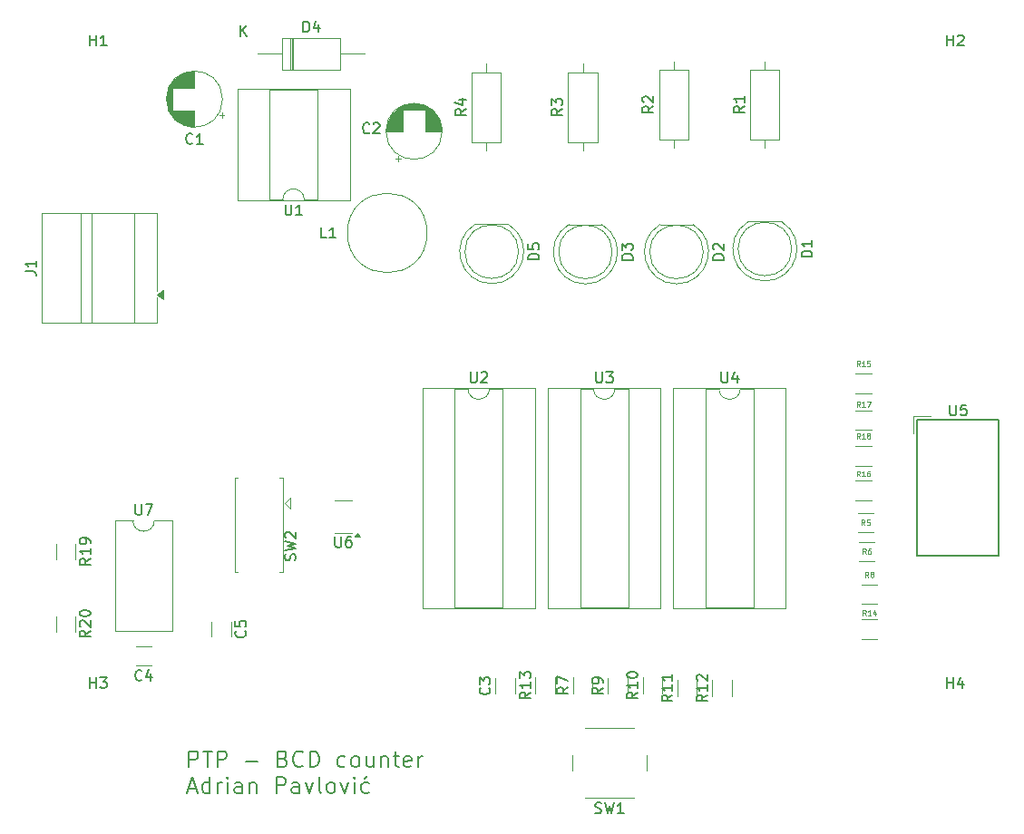
<source format=gbr>
%TF.GenerationSoftware,KiCad,Pcbnew,9.0.3*%
%TF.CreationDate,2025-12-16T11:33:00+01:00*%
%TF.ProjectId,PTP_Adrian_Pavlovic_Project1,5054505f-4164-4726-9961-6e5f5061766c,rev?*%
%TF.SameCoordinates,Original*%
%TF.FileFunction,Legend,Top*%
%TF.FilePolarity,Positive*%
%FSLAX46Y46*%
G04 Gerber Fmt 4.6, Leading zero omitted, Abs format (unit mm)*
G04 Created by KiCad (PCBNEW 9.0.3) date 2025-12-16 11:33:00*
%MOMM*%
%LPD*%
G01*
G04 APERTURE LIST*
%ADD10C,0.200000*%
%ADD11C,0.150000*%
%ADD12C,0.100000*%
%ADD13C,0.120000*%
G04 APERTURE END LIST*
D10*
X97488720Y-141391112D02*
X97488720Y-139891112D01*
X97488720Y-139891112D02*
X98060149Y-139891112D01*
X98060149Y-139891112D02*
X98203006Y-139962541D01*
X98203006Y-139962541D02*
X98274435Y-140033969D01*
X98274435Y-140033969D02*
X98345863Y-140176826D01*
X98345863Y-140176826D02*
X98345863Y-140391112D01*
X98345863Y-140391112D02*
X98274435Y-140533969D01*
X98274435Y-140533969D02*
X98203006Y-140605398D01*
X98203006Y-140605398D02*
X98060149Y-140676826D01*
X98060149Y-140676826D02*
X97488720Y-140676826D01*
X98774435Y-139891112D02*
X99631578Y-139891112D01*
X99203006Y-141391112D02*
X99203006Y-139891112D01*
X100131577Y-141391112D02*
X100131577Y-139891112D01*
X100131577Y-139891112D02*
X100703006Y-139891112D01*
X100703006Y-139891112D02*
X100845863Y-139962541D01*
X100845863Y-139962541D02*
X100917292Y-140033969D01*
X100917292Y-140033969D02*
X100988720Y-140176826D01*
X100988720Y-140176826D02*
X100988720Y-140391112D01*
X100988720Y-140391112D02*
X100917292Y-140533969D01*
X100917292Y-140533969D02*
X100845863Y-140605398D01*
X100845863Y-140605398D02*
X100703006Y-140676826D01*
X100703006Y-140676826D02*
X100131577Y-140676826D01*
X102774434Y-140819684D02*
X103917292Y-140819684D01*
X106274434Y-140605398D02*
X106488720Y-140676826D01*
X106488720Y-140676826D02*
X106560149Y-140748255D01*
X106560149Y-140748255D02*
X106631577Y-140891112D01*
X106631577Y-140891112D02*
X106631577Y-141105398D01*
X106631577Y-141105398D02*
X106560149Y-141248255D01*
X106560149Y-141248255D02*
X106488720Y-141319684D01*
X106488720Y-141319684D02*
X106345863Y-141391112D01*
X106345863Y-141391112D02*
X105774434Y-141391112D01*
X105774434Y-141391112D02*
X105774434Y-139891112D01*
X105774434Y-139891112D02*
X106274434Y-139891112D01*
X106274434Y-139891112D02*
X106417292Y-139962541D01*
X106417292Y-139962541D02*
X106488720Y-140033969D01*
X106488720Y-140033969D02*
X106560149Y-140176826D01*
X106560149Y-140176826D02*
X106560149Y-140319684D01*
X106560149Y-140319684D02*
X106488720Y-140462541D01*
X106488720Y-140462541D02*
X106417292Y-140533969D01*
X106417292Y-140533969D02*
X106274434Y-140605398D01*
X106274434Y-140605398D02*
X105774434Y-140605398D01*
X108131577Y-141248255D02*
X108060149Y-141319684D01*
X108060149Y-141319684D02*
X107845863Y-141391112D01*
X107845863Y-141391112D02*
X107703006Y-141391112D01*
X107703006Y-141391112D02*
X107488720Y-141319684D01*
X107488720Y-141319684D02*
X107345863Y-141176826D01*
X107345863Y-141176826D02*
X107274434Y-141033969D01*
X107274434Y-141033969D02*
X107203006Y-140748255D01*
X107203006Y-140748255D02*
X107203006Y-140533969D01*
X107203006Y-140533969D02*
X107274434Y-140248255D01*
X107274434Y-140248255D02*
X107345863Y-140105398D01*
X107345863Y-140105398D02*
X107488720Y-139962541D01*
X107488720Y-139962541D02*
X107703006Y-139891112D01*
X107703006Y-139891112D02*
X107845863Y-139891112D01*
X107845863Y-139891112D02*
X108060149Y-139962541D01*
X108060149Y-139962541D02*
X108131577Y-140033969D01*
X108774434Y-141391112D02*
X108774434Y-139891112D01*
X108774434Y-139891112D02*
X109131577Y-139891112D01*
X109131577Y-139891112D02*
X109345863Y-139962541D01*
X109345863Y-139962541D02*
X109488720Y-140105398D01*
X109488720Y-140105398D02*
X109560149Y-140248255D01*
X109560149Y-140248255D02*
X109631577Y-140533969D01*
X109631577Y-140533969D02*
X109631577Y-140748255D01*
X109631577Y-140748255D02*
X109560149Y-141033969D01*
X109560149Y-141033969D02*
X109488720Y-141176826D01*
X109488720Y-141176826D02*
X109345863Y-141319684D01*
X109345863Y-141319684D02*
X109131577Y-141391112D01*
X109131577Y-141391112D02*
X108774434Y-141391112D01*
X112060149Y-141319684D02*
X111917291Y-141391112D01*
X111917291Y-141391112D02*
X111631577Y-141391112D01*
X111631577Y-141391112D02*
X111488720Y-141319684D01*
X111488720Y-141319684D02*
X111417291Y-141248255D01*
X111417291Y-141248255D02*
X111345863Y-141105398D01*
X111345863Y-141105398D02*
X111345863Y-140676826D01*
X111345863Y-140676826D02*
X111417291Y-140533969D01*
X111417291Y-140533969D02*
X111488720Y-140462541D01*
X111488720Y-140462541D02*
X111631577Y-140391112D01*
X111631577Y-140391112D02*
X111917291Y-140391112D01*
X111917291Y-140391112D02*
X112060149Y-140462541D01*
X112917291Y-141391112D02*
X112774434Y-141319684D01*
X112774434Y-141319684D02*
X112703005Y-141248255D01*
X112703005Y-141248255D02*
X112631577Y-141105398D01*
X112631577Y-141105398D02*
X112631577Y-140676826D01*
X112631577Y-140676826D02*
X112703005Y-140533969D01*
X112703005Y-140533969D02*
X112774434Y-140462541D01*
X112774434Y-140462541D02*
X112917291Y-140391112D01*
X112917291Y-140391112D02*
X113131577Y-140391112D01*
X113131577Y-140391112D02*
X113274434Y-140462541D01*
X113274434Y-140462541D02*
X113345863Y-140533969D01*
X113345863Y-140533969D02*
X113417291Y-140676826D01*
X113417291Y-140676826D02*
X113417291Y-141105398D01*
X113417291Y-141105398D02*
X113345863Y-141248255D01*
X113345863Y-141248255D02*
X113274434Y-141319684D01*
X113274434Y-141319684D02*
X113131577Y-141391112D01*
X113131577Y-141391112D02*
X112917291Y-141391112D01*
X114703006Y-140391112D02*
X114703006Y-141391112D01*
X114060148Y-140391112D02*
X114060148Y-141176826D01*
X114060148Y-141176826D02*
X114131577Y-141319684D01*
X114131577Y-141319684D02*
X114274434Y-141391112D01*
X114274434Y-141391112D02*
X114488720Y-141391112D01*
X114488720Y-141391112D02*
X114631577Y-141319684D01*
X114631577Y-141319684D02*
X114703006Y-141248255D01*
X115417291Y-140391112D02*
X115417291Y-141391112D01*
X115417291Y-140533969D02*
X115488720Y-140462541D01*
X115488720Y-140462541D02*
X115631577Y-140391112D01*
X115631577Y-140391112D02*
X115845863Y-140391112D01*
X115845863Y-140391112D02*
X115988720Y-140462541D01*
X115988720Y-140462541D02*
X116060149Y-140605398D01*
X116060149Y-140605398D02*
X116060149Y-141391112D01*
X116560149Y-140391112D02*
X117131577Y-140391112D01*
X116774434Y-139891112D02*
X116774434Y-141176826D01*
X116774434Y-141176826D02*
X116845863Y-141319684D01*
X116845863Y-141319684D02*
X116988720Y-141391112D01*
X116988720Y-141391112D02*
X117131577Y-141391112D01*
X118203006Y-141319684D02*
X118060149Y-141391112D01*
X118060149Y-141391112D02*
X117774435Y-141391112D01*
X117774435Y-141391112D02*
X117631577Y-141319684D01*
X117631577Y-141319684D02*
X117560149Y-141176826D01*
X117560149Y-141176826D02*
X117560149Y-140605398D01*
X117560149Y-140605398D02*
X117631577Y-140462541D01*
X117631577Y-140462541D02*
X117774435Y-140391112D01*
X117774435Y-140391112D02*
X118060149Y-140391112D01*
X118060149Y-140391112D02*
X118203006Y-140462541D01*
X118203006Y-140462541D02*
X118274435Y-140605398D01*
X118274435Y-140605398D02*
X118274435Y-140748255D01*
X118274435Y-140748255D02*
X117560149Y-140891112D01*
X118917291Y-141391112D02*
X118917291Y-140391112D01*
X118917291Y-140676826D02*
X118988720Y-140533969D01*
X118988720Y-140533969D02*
X119060149Y-140462541D01*
X119060149Y-140462541D02*
X119203006Y-140391112D01*
X119203006Y-140391112D02*
X119345863Y-140391112D01*
X97417292Y-143377457D02*
X98131578Y-143377457D01*
X97274435Y-143806028D02*
X97774435Y-142306028D01*
X97774435Y-142306028D02*
X98274435Y-143806028D01*
X99417292Y-143806028D02*
X99417292Y-142306028D01*
X99417292Y-143734600D02*
X99274434Y-143806028D01*
X99274434Y-143806028D02*
X98988720Y-143806028D01*
X98988720Y-143806028D02*
X98845863Y-143734600D01*
X98845863Y-143734600D02*
X98774434Y-143663171D01*
X98774434Y-143663171D02*
X98703006Y-143520314D01*
X98703006Y-143520314D02*
X98703006Y-143091742D01*
X98703006Y-143091742D02*
X98774434Y-142948885D01*
X98774434Y-142948885D02*
X98845863Y-142877457D01*
X98845863Y-142877457D02*
X98988720Y-142806028D01*
X98988720Y-142806028D02*
X99274434Y-142806028D01*
X99274434Y-142806028D02*
X99417292Y-142877457D01*
X100131577Y-143806028D02*
X100131577Y-142806028D01*
X100131577Y-143091742D02*
X100203006Y-142948885D01*
X100203006Y-142948885D02*
X100274435Y-142877457D01*
X100274435Y-142877457D02*
X100417292Y-142806028D01*
X100417292Y-142806028D02*
X100560149Y-142806028D01*
X101060148Y-143806028D02*
X101060148Y-142806028D01*
X101060148Y-142306028D02*
X100988720Y-142377457D01*
X100988720Y-142377457D02*
X101060148Y-142448885D01*
X101060148Y-142448885D02*
X101131577Y-142377457D01*
X101131577Y-142377457D02*
X101060148Y-142306028D01*
X101060148Y-142306028D02*
X101060148Y-142448885D01*
X102417292Y-143806028D02*
X102417292Y-143020314D01*
X102417292Y-143020314D02*
X102345863Y-142877457D01*
X102345863Y-142877457D02*
X102203006Y-142806028D01*
X102203006Y-142806028D02*
X101917292Y-142806028D01*
X101917292Y-142806028D02*
X101774434Y-142877457D01*
X102417292Y-143734600D02*
X102274434Y-143806028D01*
X102274434Y-143806028D02*
X101917292Y-143806028D01*
X101917292Y-143806028D02*
X101774434Y-143734600D01*
X101774434Y-143734600D02*
X101703006Y-143591742D01*
X101703006Y-143591742D02*
X101703006Y-143448885D01*
X101703006Y-143448885D02*
X101774434Y-143306028D01*
X101774434Y-143306028D02*
X101917292Y-143234600D01*
X101917292Y-143234600D02*
X102274434Y-143234600D01*
X102274434Y-143234600D02*
X102417292Y-143163171D01*
X103131577Y-142806028D02*
X103131577Y-143806028D01*
X103131577Y-142948885D02*
X103203006Y-142877457D01*
X103203006Y-142877457D02*
X103345863Y-142806028D01*
X103345863Y-142806028D02*
X103560149Y-142806028D01*
X103560149Y-142806028D02*
X103703006Y-142877457D01*
X103703006Y-142877457D02*
X103774435Y-143020314D01*
X103774435Y-143020314D02*
X103774435Y-143806028D01*
X105631577Y-143806028D02*
X105631577Y-142306028D01*
X105631577Y-142306028D02*
X106203006Y-142306028D01*
X106203006Y-142306028D02*
X106345863Y-142377457D01*
X106345863Y-142377457D02*
X106417292Y-142448885D01*
X106417292Y-142448885D02*
X106488720Y-142591742D01*
X106488720Y-142591742D02*
X106488720Y-142806028D01*
X106488720Y-142806028D02*
X106417292Y-142948885D01*
X106417292Y-142948885D02*
X106345863Y-143020314D01*
X106345863Y-143020314D02*
X106203006Y-143091742D01*
X106203006Y-143091742D02*
X105631577Y-143091742D01*
X107774435Y-143806028D02*
X107774435Y-143020314D01*
X107774435Y-143020314D02*
X107703006Y-142877457D01*
X107703006Y-142877457D02*
X107560149Y-142806028D01*
X107560149Y-142806028D02*
X107274435Y-142806028D01*
X107274435Y-142806028D02*
X107131577Y-142877457D01*
X107774435Y-143734600D02*
X107631577Y-143806028D01*
X107631577Y-143806028D02*
X107274435Y-143806028D01*
X107274435Y-143806028D02*
X107131577Y-143734600D01*
X107131577Y-143734600D02*
X107060149Y-143591742D01*
X107060149Y-143591742D02*
X107060149Y-143448885D01*
X107060149Y-143448885D02*
X107131577Y-143306028D01*
X107131577Y-143306028D02*
X107274435Y-143234600D01*
X107274435Y-143234600D02*
X107631577Y-143234600D01*
X107631577Y-143234600D02*
X107774435Y-143163171D01*
X108345863Y-142806028D02*
X108703006Y-143806028D01*
X108703006Y-143806028D02*
X109060149Y-142806028D01*
X109845863Y-143806028D02*
X109703006Y-143734600D01*
X109703006Y-143734600D02*
X109631577Y-143591742D01*
X109631577Y-143591742D02*
X109631577Y-142306028D01*
X110631577Y-143806028D02*
X110488720Y-143734600D01*
X110488720Y-143734600D02*
X110417291Y-143663171D01*
X110417291Y-143663171D02*
X110345863Y-143520314D01*
X110345863Y-143520314D02*
X110345863Y-143091742D01*
X110345863Y-143091742D02*
X110417291Y-142948885D01*
X110417291Y-142948885D02*
X110488720Y-142877457D01*
X110488720Y-142877457D02*
X110631577Y-142806028D01*
X110631577Y-142806028D02*
X110845863Y-142806028D01*
X110845863Y-142806028D02*
X110988720Y-142877457D01*
X110988720Y-142877457D02*
X111060149Y-142948885D01*
X111060149Y-142948885D02*
X111131577Y-143091742D01*
X111131577Y-143091742D02*
X111131577Y-143520314D01*
X111131577Y-143520314D02*
X111060149Y-143663171D01*
X111060149Y-143663171D02*
X110988720Y-143734600D01*
X110988720Y-143734600D02*
X110845863Y-143806028D01*
X110845863Y-143806028D02*
X110631577Y-143806028D01*
X111631577Y-142806028D02*
X111988720Y-143806028D01*
X111988720Y-143806028D02*
X112345863Y-142806028D01*
X112917291Y-143806028D02*
X112917291Y-142806028D01*
X112917291Y-142306028D02*
X112845863Y-142377457D01*
X112845863Y-142377457D02*
X112917291Y-142448885D01*
X112917291Y-142448885D02*
X112988720Y-142377457D01*
X112988720Y-142377457D02*
X112917291Y-142306028D01*
X112917291Y-142306028D02*
X112917291Y-142448885D01*
X114274435Y-143734600D02*
X114131577Y-143806028D01*
X114131577Y-143806028D02*
X113845863Y-143806028D01*
X113845863Y-143806028D02*
X113703006Y-143734600D01*
X113703006Y-143734600D02*
X113631577Y-143663171D01*
X113631577Y-143663171D02*
X113560149Y-143520314D01*
X113560149Y-143520314D02*
X113560149Y-143091742D01*
X113560149Y-143091742D02*
X113631577Y-142948885D01*
X113631577Y-142948885D02*
X113703006Y-142877457D01*
X113703006Y-142877457D02*
X113845863Y-142806028D01*
X113845863Y-142806028D02*
X114131577Y-142806028D01*
X114131577Y-142806028D02*
X114274435Y-142877457D01*
X114131577Y-142234600D02*
X113917292Y-142448885D01*
D11*
X123778095Y-104484819D02*
X123778095Y-105294342D01*
X123778095Y-105294342D02*
X123825714Y-105389580D01*
X123825714Y-105389580D02*
X123873333Y-105437200D01*
X123873333Y-105437200D02*
X123968571Y-105484819D01*
X123968571Y-105484819D02*
X124159047Y-105484819D01*
X124159047Y-105484819D02*
X124254285Y-105437200D01*
X124254285Y-105437200D02*
X124301904Y-105389580D01*
X124301904Y-105389580D02*
X124349523Y-105294342D01*
X124349523Y-105294342D02*
X124349523Y-104484819D01*
X124778095Y-104580057D02*
X124825714Y-104532438D01*
X124825714Y-104532438D02*
X124920952Y-104484819D01*
X124920952Y-104484819D02*
X125159047Y-104484819D01*
X125159047Y-104484819D02*
X125254285Y-104532438D01*
X125254285Y-104532438D02*
X125301904Y-104580057D01*
X125301904Y-104580057D02*
X125349523Y-104675295D01*
X125349523Y-104675295D02*
X125349523Y-104770533D01*
X125349523Y-104770533D02*
X125301904Y-104913390D01*
X125301904Y-104913390D02*
X124730476Y-105484819D01*
X124730476Y-105484819D02*
X125349523Y-105484819D01*
X92493095Y-116814819D02*
X92493095Y-117624342D01*
X92493095Y-117624342D02*
X92540714Y-117719580D01*
X92540714Y-117719580D02*
X92588333Y-117767200D01*
X92588333Y-117767200D02*
X92683571Y-117814819D01*
X92683571Y-117814819D02*
X92874047Y-117814819D01*
X92874047Y-117814819D02*
X92969285Y-117767200D01*
X92969285Y-117767200D02*
X93016904Y-117719580D01*
X93016904Y-117719580D02*
X93064523Y-117624342D01*
X93064523Y-117624342D02*
X93064523Y-116814819D01*
X93445476Y-116814819D02*
X94112142Y-116814819D01*
X94112142Y-116814819D02*
X93683571Y-117814819D01*
X155664819Y-93733094D02*
X154664819Y-93733094D01*
X154664819Y-93733094D02*
X154664819Y-93494999D01*
X154664819Y-93494999D02*
X154712438Y-93352142D01*
X154712438Y-93352142D02*
X154807676Y-93256904D01*
X154807676Y-93256904D02*
X154902914Y-93209285D01*
X154902914Y-93209285D02*
X155093390Y-93161666D01*
X155093390Y-93161666D02*
X155236247Y-93161666D01*
X155236247Y-93161666D02*
X155426723Y-93209285D01*
X155426723Y-93209285D02*
X155521961Y-93256904D01*
X155521961Y-93256904D02*
X155617200Y-93352142D01*
X155617200Y-93352142D02*
X155664819Y-93494999D01*
X155664819Y-93494999D02*
X155664819Y-93733094D01*
X155664819Y-92209285D02*
X155664819Y-92780713D01*
X155664819Y-92494999D02*
X154664819Y-92494999D01*
X154664819Y-92494999D02*
X154807676Y-92590237D01*
X154807676Y-92590237D02*
X154902914Y-92685475D01*
X154902914Y-92685475D02*
X154950533Y-92780713D01*
X136124819Y-133966666D02*
X135648628Y-134299999D01*
X136124819Y-134538094D02*
X135124819Y-134538094D01*
X135124819Y-134538094D02*
X135124819Y-134157142D01*
X135124819Y-134157142D02*
X135172438Y-134061904D01*
X135172438Y-134061904D02*
X135220057Y-134014285D01*
X135220057Y-134014285D02*
X135315295Y-133966666D01*
X135315295Y-133966666D02*
X135458152Y-133966666D01*
X135458152Y-133966666D02*
X135553390Y-134014285D01*
X135553390Y-134014285D02*
X135601009Y-134061904D01*
X135601009Y-134061904D02*
X135648628Y-134157142D01*
X135648628Y-134157142D02*
X135648628Y-134538094D01*
X136124819Y-133490475D02*
X136124819Y-133299999D01*
X136124819Y-133299999D02*
X136077200Y-133204761D01*
X136077200Y-133204761D02*
X136029580Y-133157142D01*
X136029580Y-133157142D02*
X135886723Y-133061904D01*
X135886723Y-133061904D02*
X135696247Y-133014285D01*
X135696247Y-133014285D02*
X135315295Y-133014285D01*
X135315295Y-133014285D02*
X135220057Y-133061904D01*
X135220057Y-133061904D02*
X135172438Y-133109523D01*
X135172438Y-133109523D02*
X135124819Y-133204761D01*
X135124819Y-133204761D02*
X135124819Y-133395237D01*
X135124819Y-133395237D02*
X135172438Y-133490475D01*
X135172438Y-133490475D02*
X135220057Y-133538094D01*
X135220057Y-133538094D02*
X135315295Y-133585713D01*
X135315295Y-133585713D02*
X135553390Y-133585713D01*
X135553390Y-133585713D02*
X135648628Y-133538094D01*
X135648628Y-133538094D02*
X135696247Y-133490475D01*
X135696247Y-133490475D02*
X135743866Y-133395237D01*
X135743866Y-133395237D02*
X135743866Y-133204761D01*
X135743866Y-133204761D02*
X135696247Y-133109523D01*
X135696247Y-133109523D02*
X135648628Y-133061904D01*
X135648628Y-133061904D02*
X135553390Y-133014285D01*
D12*
X160128571Y-114226109D02*
X159961905Y-113988014D01*
X159842857Y-114226109D02*
X159842857Y-113726109D01*
X159842857Y-113726109D02*
X160033333Y-113726109D01*
X160033333Y-113726109D02*
X160080952Y-113749919D01*
X160080952Y-113749919D02*
X160104762Y-113773728D01*
X160104762Y-113773728D02*
X160128571Y-113821347D01*
X160128571Y-113821347D02*
X160128571Y-113892776D01*
X160128571Y-113892776D02*
X160104762Y-113940395D01*
X160104762Y-113940395D02*
X160080952Y-113964204D01*
X160080952Y-113964204D02*
X160033333Y-113988014D01*
X160033333Y-113988014D02*
X159842857Y-113988014D01*
X160604762Y-114226109D02*
X160319048Y-114226109D01*
X160461905Y-114226109D02*
X160461905Y-113726109D01*
X160461905Y-113726109D02*
X160414286Y-113797538D01*
X160414286Y-113797538D02*
X160366667Y-113845157D01*
X160366667Y-113845157D02*
X160319048Y-113868966D01*
X161033333Y-113726109D02*
X160938095Y-113726109D01*
X160938095Y-113726109D02*
X160890476Y-113749919D01*
X160890476Y-113749919D02*
X160866666Y-113773728D01*
X160866666Y-113773728D02*
X160819047Y-113845157D01*
X160819047Y-113845157D02*
X160795238Y-113940395D01*
X160795238Y-113940395D02*
X160795238Y-114130871D01*
X160795238Y-114130871D02*
X160819047Y-114178490D01*
X160819047Y-114178490D02*
X160842857Y-114202300D01*
X160842857Y-114202300D02*
X160890476Y-114226109D01*
X160890476Y-114226109D02*
X160985714Y-114226109D01*
X160985714Y-114226109D02*
X161033333Y-114202300D01*
X161033333Y-114202300D02*
X161057142Y-114178490D01*
X161057142Y-114178490D02*
X161080952Y-114130871D01*
X161080952Y-114130871D02*
X161080952Y-114011823D01*
X161080952Y-114011823D02*
X161057142Y-113964204D01*
X161057142Y-113964204D02*
X161033333Y-113940395D01*
X161033333Y-113940395D02*
X160985714Y-113916585D01*
X160985714Y-113916585D02*
X160890476Y-113916585D01*
X160890476Y-113916585D02*
X160842857Y-113940395D01*
X160842857Y-113940395D02*
X160819047Y-113964204D01*
X160819047Y-113964204D02*
X160795238Y-114011823D01*
D11*
X135416667Y-145657200D02*
X135559524Y-145704819D01*
X135559524Y-145704819D02*
X135797619Y-145704819D01*
X135797619Y-145704819D02*
X135892857Y-145657200D01*
X135892857Y-145657200D02*
X135940476Y-145609580D01*
X135940476Y-145609580D02*
X135988095Y-145514342D01*
X135988095Y-145514342D02*
X135988095Y-145419104D01*
X135988095Y-145419104D02*
X135940476Y-145323866D01*
X135940476Y-145323866D02*
X135892857Y-145276247D01*
X135892857Y-145276247D02*
X135797619Y-145228628D01*
X135797619Y-145228628D02*
X135607143Y-145181009D01*
X135607143Y-145181009D02*
X135511905Y-145133390D01*
X135511905Y-145133390D02*
X135464286Y-145085771D01*
X135464286Y-145085771D02*
X135416667Y-144990533D01*
X135416667Y-144990533D02*
X135416667Y-144895295D01*
X135416667Y-144895295D02*
X135464286Y-144800057D01*
X135464286Y-144800057D02*
X135511905Y-144752438D01*
X135511905Y-144752438D02*
X135607143Y-144704819D01*
X135607143Y-144704819D02*
X135845238Y-144704819D01*
X135845238Y-144704819D02*
X135988095Y-144752438D01*
X136321429Y-144704819D02*
X136559524Y-145704819D01*
X136559524Y-145704819D02*
X136750000Y-144990533D01*
X136750000Y-144990533D02*
X136940476Y-145704819D01*
X136940476Y-145704819D02*
X137178572Y-144704819D01*
X138083333Y-145704819D02*
X137511905Y-145704819D01*
X137797619Y-145704819D02*
X137797619Y-144704819D01*
X137797619Y-144704819D02*
X137702381Y-144847676D01*
X137702381Y-144847676D02*
X137607143Y-144942914D01*
X137607143Y-144942914D02*
X137511905Y-144990533D01*
X149334819Y-79666666D02*
X148858628Y-79999999D01*
X149334819Y-80238094D02*
X148334819Y-80238094D01*
X148334819Y-80238094D02*
X148334819Y-79857142D01*
X148334819Y-79857142D02*
X148382438Y-79761904D01*
X148382438Y-79761904D02*
X148430057Y-79714285D01*
X148430057Y-79714285D02*
X148525295Y-79666666D01*
X148525295Y-79666666D02*
X148668152Y-79666666D01*
X148668152Y-79666666D02*
X148763390Y-79714285D01*
X148763390Y-79714285D02*
X148811009Y-79761904D01*
X148811009Y-79761904D02*
X148858628Y-79857142D01*
X148858628Y-79857142D02*
X148858628Y-80238094D01*
X149334819Y-78714285D02*
X149334819Y-79285713D01*
X149334819Y-78999999D02*
X148334819Y-78999999D01*
X148334819Y-78999999D02*
X148477676Y-79095237D01*
X148477676Y-79095237D02*
X148572914Y-79190475D01*
X148572914Y-79190475D02*
X148620533Y-79285713D01*
X142624819Y-134642857D02*
X142148628Y-134976190D01*
X142624819Y-135214285D02*
X141624819Y-135214285D01*
X141624819Y-135214285D02*
X141624819Y-134833333D01*
X141624819Y-134833333D02*
X141672438Y-134738095D01*
X141672438Y-134738095D02*
X141720057Y-134690476D01*
X141720057Y-134690476D02*
X141815295Y-134642857D01*
X141815295Y-134642857D02*
X141958152Y-134642857D01*
X141958152Y-134642857D02*
X142053390Y-134690476D01*
X142053390Y-134690476D02*
X142101009Y-134738095D01*
X142101009Y-134738095D02*
X142148628Y-134833333D01*
X142148628Y-134833333D02*
X142148628Y-135214285D01*
X142624819Y-133690476D02*
X142624819Y-134261904D01*
X142624819Y-133976190D02*
X141624819Y-133976190D01*
X141624819Y-133976190D02*
X141767676Y-134071428D01*
X141767676Y-134071428D02*
X141862914Y-134166666D01*
X141862914Y-134166666D02*
X141910533Y-134261904D01*
X142624819Y-132738095D02*
X142624819Y-133309523D01*
X142624819Y-133023809D02*
X141624819Y-133023809D01*
X141624819Y-133023809D02*
X141767676Y-133119047D01*
X141767676Y-133119047D02*
X141862914Y-133214285D01*
X141862914Y-133214285D02*
X141910533Y-133309523D01*
D12*
X160128571Y-103956109D02*
X159961905Y-103718014D01*
X159842857Y-103956109D02*
X159842857Y-103456109D01*
X159842857Y-103456109D02*
X160033333Y-103456109D01*
X160033333Y-103456109D02*
X160080952Y-103479919D01*
X160080952Y-103479919D02*
X160104762Y-103503728D01*
X160104762Y-103503728D02*
X160128571Y-103551347D01*
X160128571Y-103551347D02*
X160128571Y-103622776D01*
X160128571Y-103622776D02*
X160104762Y-103670395D01*
X160104762Y-103670395D02*
X160080952Y-103694204D01*
X160080952Y-103694204D02*
X160033333Y-103718014D01*
X160033333Y-103718014D02*
X159842857Y-103718014D01*
X160604762Y-103956109D02*
X160319048Y-103956109D01*
X160461905Y-103956109D02*
X160461905Y-103456109D01*
X160461905Y-103456109D02*
X160414286Y-103527538D01*
X160414286Y-103527538D02*
X160366667Y-103575157D01*
X160366667Y-103575157D02*
X160319048Y-103598966D01*
X161057142Y-103456109D02*
X160819047Y-103456109D01*
X160819047Y-103456109D02*
X160795238Y-103694204D01*
X160795238Y-103694204D02*
X160819047Y-103670395D01*
X160819047Y-103670395D02*
X160866666Y-103646585D01*
X160866666Y-103646585D02*
X160985714Y-103646585D01*
X160985714Y-103646585D02*
X161033333Y-103670395D01*
X161033333Y-103670395D02*
X161057142Y-103694204D01*
X161057142Y-103694204D02*
X161080952Y-103741823D01*
X161080952Y-103741823D02*
X161080952Y-103860871D01*
X161080952Y-103860871D02*
X161057142Y-103908490D01*
X161057142Y-103908490D02*
X161033333Y-103932300D01*
X161033333Y-103932300D02*
X160985714Y-103956109D01*
X160985714Y-103956109D02*
X160866666Y-103956109D01*
X160866666Y-103956109D02*
X160819047Y-103932300D01*
X160819047Y-103932300D02*
X160795238Y-103908490D01*
D11*
X88284819Y-121892857D02*
X87808628Y-122226190D01*
X88284819Y-122464285D02*
X87284819Y-122464285D01*
X87284819Y-122464285D02*
X87284819Y-122083333D01*
X87284819Y-122083333D02*
X87332438Y-121988095D01*
X87332438Y-121988095D02*
X87380057Y-121940476D01*
X87380057Y-121940476D02*
X87475295Y-121892857D01*
X87475295Y-121892857D02*
X87618152Y-121892857D01*
X87618152Y-121892857D02*
X87713390Y-121940476D01*
X87713390Y-121940476D02*
X87761009Y-121988095D01*
X87761009Y-121988095D02*
X87808628Y-122083333D01*
X87808628Y-122083333D02*
X87808628Y-122464285D01*
X88284819Y-120940476D02*
X88284819Y-121511904D01*
X88284819Y-121226190D02*
X87284819Y-121226190D01*
X87284819Y-121226190D02*
X87427676Y-121321428D01*
X87427676Y-121321428D02*
X87522914Y-121416666D01*
X87522914Y-121416666D02*
X87570533Y-121511904D01*
X88284819Y-120464285D02*
X88284819Y-120273809D01*
X88284819Y-120273809D02*
X88237200Y-120178571D01*
X88237200Y-120178571D02*
X88189580Y-120130952D01*
X88189580Y-120130952D02*
X88046723Y-120035714D01*
X88046723Y-120035714D02*
X87856247Y-119988095D01*
X87856247Y-119988095D02*
X87475295Y-119988095D01*
X87475295Y-119988095D02*
X87380057Y-120035714D01*
X87380057Y-120035714D02*
X87332438Y-120083333D01*
X87332438Y-120083333D02*
X87284819Y-120178571D01*
X87284819Y-120178571D02*
X87284819Y-120369047D01*
X87284819Y-120369047D02*
X87332438Y-120464285D01*
X87332438Y-120464285D02*
X87380057Y-120511904D01*
X87380057Y-120511904D02*
X87475295Y-120559523D01*
X87475295Y-120559523D02*
X87713390Y-120559523D01*
X87713390Y-120559523D02*
X87808628Y-120511904D01*
X87808628Y-120511904D02*
X87856247Y-120464285D01*
X87856247Y-120464285D02*
X87903866Y-120369047D01*
X87903866Y-120369047D02*
X87903866Y-120178571D01*
X87903866Y-120178571D02*
X87856247Y-120083333D01*
X87856247Y-120083333D02*
X87808628Y-120035714D01*
X87808628Y-120035714D02*
X87713390Y-119988095D01*
X147414819Y-94008094D02*
X146414819Y-94008094D01*
X146414819Y-94008094D02*
X146414819Y-93769999D01*
X146414819Y-93769999D02*
X146462438Y-93627142D01*
X146462438Y-93627142D02*
X146557676Y-93531904D01*
X146557676Y-93531904D02*
X146652914Y-93484285D01*
X146652914Y-93484285D02*
X146843390Y-93436666D01*
X146843390Y-93436666D02*
X146986247Y-93436666D01*
X146986247Y-93436666D02*
X147176723Y-93484285D01*
X147176723Y-93484285D02*
X147271961Y-93531904D01*
X147271961Y-93531904D02*
X147367200Y-93627142D01*
X147367200Y-93627142D02*
X147414819Y-93769999D01*
X147414819Y-93769999D02*
X147414819Y-94008094D01*
X146510057Y-93055713D02*
X146462438Y-93008094D01*
X146462438Y-93008094D02*
X146414819Y-92912856D01*
X146414819Y-92912856D02*
X146414819Y-92674761D01*
X146414819Y-92674761D02*
X146462438Y-92579523D01*
X146462438Y-92579523D02*
X146510057Y-92531904D01*
X146510057Y-92531904D02*
X146605295Y-92484285D01*
X146605295Y-92484285D02*
X146700533Y-92484285D01*
X146700533Y-92484285D02*
X146843390Y-92531904D01*
X146843390Y-92531904D02*
X147414819Y-93103332D01*
X147414819Y-93103332D02*
X147414819Y-92484285D01*
D12*
X160916666Y-123646109D02*
X160750000Y-123408014D01*
X160630952Y-123646109D02*
X160630952Y-123146109D01*
X160630952Y-123146109D02*
X160821428Y-123146109D01*
X160821428Y-123146109D02*
X160869047Y-123169919D01*
X160869047Y-123169919D02*
X160892857Y-123193728D01*
X160892857Y-123193728D02*
X160916666Y-123241347D01*
X160916666Y-123241347D02*
X160916666Y-123312776D01*
X160916666Y-123312776D02*
X160892857Y-123360395D01*
X160892857Y-123360395D02*
X160869047Y-123384204D01*
X160869047Y-123384204D02*
X160821428Y-123408014D01*
X160821428Y-123408014D02*
X160630952Y-123408014D01*
X161202381Y-123360395D02*
X161154762Y-123336585D01*
X161154762Y-123336585D02*
X161130952Y-123312776D01*
X161130952Y-123312776D02*
X161107143Y-123265157D01*
X161107143Y-123265157D02*
X161107143Y-123241347D01*
X161107143Y-123241347D02*
X161130952Y-123193728D01*
X161130952Y-123193728D02*
X161154762Y-123169919D01*
X161154762Y-123169919D02*
X161202381Y-123146109D01*
X161202381Y-123146109D02*
X161297619Y-123146109D01*
X161297619Y-123146109D02*
X161345238Y-123169919D01*
X161345238Y-123169919D02*
X161369047Y-123193728D01*
X161369047Y-123193728D02*
X161392857Y-123241347D01*
X161392857Y-123241347D02*
X161392857Y-123265157D01*
X161392857Y-123265157D02*
X161369047Y-123312776D01*
X161369047Y-123312776D02*
X161345238Y-123336585D01*
X161345238Y-123336585D02*
X161297619Y-123360395D01*
X161297619Y-123360395D02*
X161202381Y-123360395D01*
X161202381Y-123360395D02*
X161154762Y-123384204D01*
X161154762Y-123384204D02*
X161130952Y-123408014D01*
X161130952Y-123408014D02*
X161107143Y-123455633D01*
X161107143Y-123455633D02*
X161107143Y-123550871D01*
X161107143Y-123550871D02*
X161130952Y-123598490D01*
X161130952Y-123598490D02*
X161154762Y-123622300D01*
X161154762Y-123622300D02*
X161202381Y-123646109D01*
X161202381Y-123646109D02*
X161297619Y-123646109D01*
X161297619Y-123646109D02*
X161345238Y-123622300D01*
X161345238Y-123622300D02*
X161369047Y-123598490D01*
X161369047Y-123598490D02*
X161392857Y-123550871D01*
X161392857Y-123550871D02*
X161392857Y-123455633D01*
X161392857Y-123455633D02*
X161369047Y-123408014D01*
X161369047Y-123408014D02*
X161345238Y-123384204D01*
X161345238Y-123384204D02*
X161297619Y-123360395D01*
D11*
X138914819Y-94008094D02*
X137914819Y-94008094D01*
X137914819Y-94008094D02*
X137914819Y-93769999D01*
X137914819Y-93769999D02*
X137962438Y-93627142D01*
X137962438Y-93627142D02*
X138057676Y-93531904D01*
X138057676Y-93531904D02*
X138152914Y-93484285D01*
X138152914Y-93484285D02*
X138343390Y-93436666D01*
X138343390Y-93436666D02*
X138486247Y-93436666D01*
X138486247Y-93436666D02*
X138676723Y-93484285D01*
X138676723Y-93484285D02*
X138771961Y-93531904D01*
X138771961Y-93531904D02*
X138867200Y-93627142D01*
X138867200Y-93627142D02*
X138914819Y-93769999D01*
X138914819Y-93769999D02*
X138914819Y-94008094D01*
X137914819Y-93103332D02*
X137914819Y-92484285D01*
X137914819Y-92484285D02*
X138295771Y-92817618D01*
X138295771Y-92817618D02*
X138295771Y-92674761D01*
X138295771Y-92674761D02*
X138343390Y-92579523D01*
X138343390Y-92579523D02*
X138391009Y-92531904D01*
X138391009Y-92531904D02*
X138486247Y-92484285D01*
X138486247Y-92484285D02*
X138724342Y-92484285D01*
X138724342Y-92484285D02*
X138819580Y-92531904D01*
X138819580Y-92531904D02*
X138867200Y-92579523D01*
X138867200Y-92579523D02*
X138914819Y-92674761D01*
X138914819Y-92674761D02*
X138914819Y-92960475D01*
X138914819Y-92960475D02*
X138867200Y-93055713D01*
X138867200Y-93055713D02*
X138819580Y-93103332D01*
X111125595Y-119854819D02*
X111125595Y-120664342D01*
X111125595Y-120664342D02*
X111173214Y-120759580D01*
X111173214Y-120759580D02*
X111220833Y-120807200D01*
X111220833Y-120807200D02*
X111316071Y-120854819D01*
X111316071Y-120854819D02*
X111506547Y-120854819D01*
X111506547Y-120854819D02*
X111601785Y-120807200D01*
X111601785Y-120807200D02*
X111649404Y-120759580D01*
X111649404Y-120759580D02*
X111697023Y-120664342D01*
X111697023Y-120664342D02*
X111697023Y-119854819D01*
X112601785Y-119854819D02*
X112411309Y-119854819D01*
X112411309Y-119854819D02*
X112316071Y-119902438D01*
X112316071Y-119902438D02*
X112268452Y-119950057D01*
X112268452Y-119950057D02*
X112173214Y-120092914D01*
X112173214Y-120092914D02*
X112125595Y-120283390D01*
X112125595Y-120283390D02*
X112125595Y-120664342D01*
X112125595Y-120664342D02*
X112173214Y-120759580D01*
X112173214Y-120759580D02*
X112220833Y-120807200D01*
X112220833Y-120807200D02*
X112316071Y-120854819D01*
X112316071Y-120854819D02*
X112506547Y-120854819D01*
X112506547Y-120854819D02*
X112601785Y-120807200D01*
X112601785Y-120807200D02*
X112649404Y-120759580D01*
X112649404Y-120759580D02*
X112697023Y-120664342D01*
X112697023Y-120664342D02*
X112697023Y-120426247D01*
X112697023Y-120426247D02*
X112649404Y-120331009D01*
X112649404Y-120331009D02*
X112601785Y-120283390D01*
X112601785Y-120283390D02*
X112506547Y-120235771D01*
X112506547Y-120235771D02*
X112316071Y-120235771D01*
X112316071Y-120235771D02*
X112220833Y-120283390D01*
X112220833Y-120283390D02*
X112173214Y-120331009D01*
X112173214Y-120331009D02*
X112125595Y-120426247D01*
D12*
X160666666Y-121476109D02*
X160500000Y-121238014D01*
X160380952Y-121476109D02*
X160380952Y-120976109D01*
X160380952Y-120976109D02*
X160571428Y-120976109D01*
X160571428Y-120976109D02*
X160619047Y-120999919D01*
X160619047Y-120999919D02*
X160642857Y-121023728D01*
X160642857Y-121023728D02*
X160666666Y-121071347D01*
X160666666Y-121071347D02*
X160666666Y-121142776D01*
X160666666Y-121142776D02*
X160642857Y-121190395D01*
X160642857Y-121190395D02*
X160619047Y-121214204D01*
X160619047Y-121214204D02*
X160571428Y-121238014D01*
X160571428Y-121238014D02*
X160380952Y-121238014D01*
X161095238Y-120976109D02*
X161000000Y-120976109D01*
X161000000Y-120976109D02*
X160952381Y-120999919D01*
X160952381Y-120999919D02*
X160928571Y-121023728D01*
X160928571Y-121023728D02*
X160880952Y-121095157D01*
X160880952Y-121095157D02*
X160857143Y-121190395D01*
X160857143Y-121190395D02*
X160857143Y-121380871D01*
X160857143Y-121380871D02*
X160880952Y-121428490D01*
X160880952Y-121428490D02*
X160904762Y-121452300D01*
X160904762Y-121452300D02*
X160952381Y-121476109D01*
X160952381Y-121476109D02*
X161047619Y-121476109D01*
X161047619Y-121476109D02*
X161095238Y-121452300D01*
X161095238Y-121452300D02*
X161119047Y-121428490D01*
X161119047Y-121428490D02*
X161142857Y-121380871D01*
X161142857Y-121380871D02*
X161142857Y-121261823D01*
X161142857Y-121261823D02*
X161119047Y-121214204D01*
X161119047Y-121214204D02*
X161095238Y-121190395D01*
X161095238Y-121190395D02*
X161047619Y-121166585D01*
X161047619Y-121166585D02*
X160952381Y-121166585D01*
X160952381Y-121166585D02*
X160904762Y-121190395D01*
X160904762Y-121190395D02*
X160880952Y-121214204D01*
X160880952Y-121214204D02*
X160857143Y-121261823D01*
X160678571Y-127226109D02*
X160511905Y-126988014D01*
X160392857Y-127226109D02*
X160392857Y-126726109D01*
X160392857Y-126726109D02*
X160583333Y-126726109D01*
X160583333Y-126726109D02*
X160630952Y-126749919D01*
X160630952Y-126749919D02*
X160654762Y-126773728D01*
X160654762Y-126773728D02*
X160678571Y-126821347D01*
X160678571Y-126821347D02*
X160678571Y-126892776D01*
X160678571Y-126892776D02*
X160654762Y-126940395D01*
X160654762Y-126940395D02*
X160630952Y-126964204D01*
X160630952Y-126964204D02*
X160583333Y-126988014D01*
X160583333Y-126988014D02*
X160392857Y-126988014D01*
X161154762Y-127226109D02*
X160869048Y-127226109D01*
X161011905Y-127226109D02*
X161011905Y-126726109D01*
X161011905Y-126726109D02*
X160964286Y-126797538D01*
X160964286Y-126797538D02*
X160916667Y-126845157D01*
X160916667Y-126845157D02*
X160869048Y-126868966D01*
X161583333Y-126892776D02*
X161583333Y-127226109D01*
X161464285Y-126702300D02*
X161345238Y-127059442D01*
X161345238Y-127059442D02*
X161654761Y-127059442D01*
X160128571Y-107726109D02*
X159961905Y-107488014D01*
X159842857Y-107726109D02*
X159842857Y-107226109D01*
X159842857Y-107226109D02*
X160033333Y-107226109D01*
X160033333Y-107226109D02*
X160080952Y-107249919D01*
X160080952Y-107249919D02*
X160104762Y-107273728D01*
X160104762Y-107273728D02*
X160128571Y-107321347D01*
X160128571Y-107321347D02*
X160128571Y-107392776D01*
X160128571Y-107392776D02*
X160104762Y-107440395D01*
X160104762Y-107440395D02*
X160080952Y-107464204D01*
X160080952Y-107464204D02*
X160033333Y-107488014D01*
X160033333Y-107488014D02*
X159842857Y-107488014D01*
X160604762Y-107726109D02*
X160319048Y-107726109D01*
X160461905Y-107726109D02*
X160461905Y-107226109D01*
X160461905Y-107226109D02*
X160414286Y-107297538D01*
X160414286Y-107297538D02*
X160366667Y-107345157D01*
X160366667Y-107345157D02*
X160319048Y-107368966D01*
X160771428Y-107226109D02*
X161104761Y-107226109D01*
X161104761Y-107226109D02*
X160890476Y-107726109D01*
D11*
X125509580Y-133979166D02*
X125557200Y-134026785D01*
X125557200Y-134026785D02*
X125604819Y-134169642D01*
X125604819Y-134169642D02*
X125604819Y-134264880D01*
X125604819Y-134264880D02*
X125557200Y-134407737D01*
X125557200Y-134407737D02*
X125461961Y-134502975D01*
X125461961Y-134502975D02*
X125366723Y-134550594D01*
X125366723Y-134550594D02*
X125176247Y-134598213D01*
X125176247Y-134598213D02*
X125033390Y-134598213D01*
X125033390Y-134598213D02*
X124842914Y-134550594D01*
X124842914Y-134550594D02*
X124747676Y-134502975D01*
X124747676Y-134502975D02*
X124652438Y-134407737D01*
X124652438Y-134407737D02*
X124604819Y-134264880D01*
X124604819Y-134264880D02*
X124604819Y-134169642D01*
X124604819Y-134169642D02*
X124652438Y-134026785D01*
X124652438Y-134026785D02*
X124700057Y-133979166D01*
X124604819Y-133645832D02*
X124604819Y-133026785D01*
X124604819Y-133026785D02*
X124985771Y-133360118D01*
X124985771Y-133360118D02*
X124985771Y-133217261D01*
X124985771Y-133217261D02*
X125033390Y-133122023D01*
X125033390Y-133122023D02*
X125081009Y-133074404D01*
X125081009Y-133074404D02*
X125176247Y-133026785D01*
X125176247Y-133026785D02*
X125414342Y-133026785D01*
X125414342Y-133026785D02*
X125509580Y-133074404D01*
X125509580Y-133074404D02*
X125557200Y-133122023D01*
X125557200Y-133122023D02*
X125604819Y-133217261D01*
X125604819Y-133217261D02*
X125604819Y-133502975D01*
X125604819Y-133502975D02*
X125557200Y-133598213D01*
X125557200Y-133598213D02*
X125509580Y-133645832D01*
X168528095Y-107545819D02*
X168528095Y-108355342D01*
X168528095Y-108355342D02*
X168575714Y-108450580D01*
X168575714Y-108450580D02*
X168623333Y-108498200D01*
X168623333Y-108498200D02*
X168718571Y-108545819D01*
X168718571Y-108545819D02*
X168909047Y-108545819D01*
X168909047Y-108545819D02*
X169004285Y-108498200D01*
X169004285Y-108498200D02*
X169051904Y-108450580D01*
X169051904Y-108450580D02*
X169099523Y-108355342D01*
X169099523Y-108355342D02*
X169099523Y-107545819D01*
X170051904Y-107545819D02*
X169575714Y-107545819D01*
X169575714Y-107545819D02*
X169528095Y-108022009D01*
X169528095Y-108022009D02*
X169575714Y-107974390D01*
X169575714Y-107974390D02*
X169670952Y-107926771D01*
X169670952Y-107926771D02*
X169909047Y-107926771D01*
X169909047Y-107926771D02*
X170004285Y-107974390D01*
X170004285Y-107974390D02*
X170051904Y-108022009D01*
X170051904Y-108022009D02*
X170099523Y-108117247D01*
X170099523Y-108117247D02*
X170099523Y-108355342D01*
X170099523Y-108355342D02*
X170051904Y-108450580D01*
X170051904Y-108450580D02*
X170004285Y-108498200D01*
X170004285Y-108498200D02*
X169909047Y-108545819D01*
X169909047Y-108545819D02*
X169670952Y-108545819D01*
X169670952Y-108545819D02*
X169575714Y-108498200D01*
X169575714Y-108498200D02*
X169528095Y-108450580D01*
X107397200Y-122073332D02*
X107444819Y-121930475D01*
X107444819Y-121930475D02*
X107444819Y-121692380D01*
X107444819Y-121692380D02*
X107397200Y-121597142D01*
X107397200Y-121597142D02*
X107349580Y-121549523D01*
X107349580Y-121549523D02*
X107254342Y-121501904D01*
X107254342Y-121501904D02*
X107159104Y-121501904D01*
X107159104Y-121501904D02*
X107063866Y-121549523D01*
X107063866Y-121549523D02*
X107016247Y-121597142D01*
X107016247Y-121597142D02*
X106968628Y-121692380D01*
X106968628Y-121692380D02*
X106921009Y-121882856D01*
X106921009Y-121882856D02*
X106873390Y-121978094D01*
X106873390Y-121978094D02*
X106825771Y-122025713D01*
X106825771Y-122025713D02*
X106730533Y-122073332D01*
X106730533Y-122073332D02*
X106635295Y-122073332D01*
X106635295Y-122073332D02*
X106540057Y-122025713D01*
X106540057Y-122025713D02*
X106492438Y-121978094D01*
X106492438Y-121978094D02*
X106444819Y-121882856D01*
X106444819Y-121882856D02*
X106444819Y-121644761D01*
X106444819Y-121644761D02*
X106492438Y-121501904D01*
X106444819Y-121168570D02*
X107444819Y-120930475D01*
X107444819Y-120930475D02*
X106730533Y-120739999D01*
X106730533Y-120739999D02*
X107444819Y-120549523D01*
X107444819Y-120549523D02*
X106444819Y-120311428D01*
X106540057Y-119978094D02*
X106492438Y-119930475D01*
X106492438Y-119930475D02*
X106444819Y-119835237D01*
X106444819Y-119835237D02*
X106444819Y-119597142D01*
X106444819Y-119597142D02*
X106492438Y-119501904D01*
X106492438Y-119501904D02*
X106540057Y-119454285D01*
X106540057Y-119454285D02*
X106635295Y-119406666D01*
X106635295Y-119406666D02*
X106730533Y-119406666D01*
X106730533Y-119406666D02*
X106873390Y-119454285D01*
X106873390Y-119454285D02*
X107444819Y-120025713D01*
X107444819Y-120025713D02*
X107444819Y-119406666D01*
X114333333Y-82109580D02*
X114285714Y-82157200D01*
X114285714Y-82157200D02*
X114142857Y-82204819D01*
X114142857Y-82204819D02*
X114047619Y-82204819D01*
X114047619Y-82204819D02*
X113904762Y-82157200D01*
X113904762Y-82157200D02*
X113809524Y-82061961D01*
X113809524Y-82061961D02*
X113761905Y-81966723D01*
X113761905Y-81966723D02*
X113714286Y-81776247D01*
X113714286Y-81776247D02*
X113714286Y-81633390D01*
X113714286Y-81633390D02*
X113761905Y-81442914D01*
X113761905Y-81442914D02*
X113809524Y-81347676D01*
X113809524Y-81347676D02*
X113904762Y-81252438D01*
X113904762Y-81252438D02*
X114047619Y-81204819D01*
X114047619Y-81204819D02*
X114142857Y-81204819D01*
X114142857Y-81204819D02*
X114285714Y-81252438D01*
X114285714Y-81252438D02*
X114333333Y-81300057D01*
X114714286Y-81300057D02*
X114761905Y-81252438D01*
X114761905Y-81252438D02*
X114857143Y-81204819D01*
X114857143Y-81204819D02*
X115095238Y-81204819D01*
X115095238Y-81204819D02*
X115190476Y-81252438D01*
X115190476Y-81252438D02*
X115238095Y-81300057D01*
X115238095Y-81300057D02*
X115285714Y-81395295D01*
X115285714Y-81395295D02*
X115285714Y-81490533D01*
X115285714Y-81490533D02*
X115238095Y-81633390D01*
X115238095Y-81633390D02*
X114666667Y-82204819D01*
X114666667Y-82204819D02*
X115285714Y-82204819D01*
X102709580Y-128666666D02*
X102757200Y-128714285D01*
X102757200Y-128714285D02*
X102804819Y-128857142D01*
X102804819Y-128857142D02*
X102804819Y-128952380D01*
X102804819Y-128952380D02*
X102757200Y-129095237D01*
X102757200Y-129095237D02*
X102661961Y-129190475D01*
X102661961Y-129190475D02*
X102566723Y-129238094D01*
X102566723Y-129238094D02*
X102376247Y-129285713D01*
X102376247Y-129285713D02*
X102233390Y-129285713D01*
X102233390Y-129285713D02*
X102042914Y-129238094D01*
X102042914Y-129238094D02*
X101947676Y-129190475D01*
X101947676Y-129190475D02*
X101852438Y-129095237D01*
X101852438Y-129095237D02*
X101804819Y-128952380D01*
X101804819Y-128952380D02*
X101804819Y-128857142D01*
X101804819Y-128857142D02*
X101852438Y-128714285D01*
X101852438Y-128714285D02*
X101900057Y-128666666D01*
X101804819Y-127761904D02*
X101804819Y-128238094D01*
X101804819Y-128238094D02*
X102281009Y-128285713D01*
X102281009Y-128285713D02*
X102233390Y-128238094D01*
X102233390Y-128238094D02*
X102185771Y-128142856D01*
X102185771Y-128142856D02*
X102185771Y-127904761D01*
X102185771Y-127904761D02*
X102233390Y-127809523D01*
X102233390Y-127809523D02*
X102281009Y-127761904D01*
X102281009Y-127761904D02*
X102376247Y-127714285D01*
X102376247Y-127714285D02*
X102614342Y-127714285D01*
X102614342Y-127714285D02*
X102709580Y-127761904D01*
X102709580Y-127761904D02*
X102757200Y-127809523D01*
X102757200Y-127809523D02*
X102804819Y-127904761D01*
X102804819Y-127904761D02*
X102804819Y-128142856D01*
X102804819Y-128142856D02*
X102757200Y-128238094D01*
X102757200Y-128238094D02*
X102709580Y-128285713D01*
X168238095Y-74004819D02*
X168238095Y-73004819D01*
X168238095Y-73481009D02*
X168809523Y-73481009D01*
X168809523Y-74004819D02*
X168809523Y-73004819D01*
X169238095Y-73100057D02*
X169285714Y-73052438D01*
X169285714Y-73052438D02*
X169380952Y-73004819D01*
X169380952Y-73004819D02*
X169619047Y-73004819D01*
X169619047Y-73004819D02*
X169714285Y-73052438D01*
X169714285Y-73052438D02*
X169761904Y-73100057D01*
X169761904Y-73100057D02*
X169809523Y-73195295D01*
X169809523Y-73195295D02*
X169809523Y-73290533D01*
X169809523Y-73290533D02*
X169761904Y-73433390D01*
X169761904Y-73433390D02*
X169190476Y-74004819D01*
X169190476Y-74004819D02*
X169809523Y-74004819D01*
X123334819Y-79916666D02*
X122858628Y-80249999D01*
X123334819Y-80488094D02*
X122334819Y-80488094D01*
X122334819Y-80488094D02*
X122334819Y-80107142D01*
X122334819Y-80107142D02*
X122382438Y-80011904D01*
X122382438Y-80011904D02*
X122430057Y-79964285D01*
X122430057Y-79964285D02*
X122525295Y-79916666D01*
X122525295Y-79916666D02*
X122668152Y-79916666D01*
X122668152Y-79916666D02*
X122763390Y-79964285D01*
X122763390Y-79964285D02*
X122811009Y-80011904D01*
X122811009Y-80011904D02*
X122858628Y-80107142D01*
X122858628Y-80107142D02*
X122858628Y-80488094D01*
X122668152Y-79059523D02*
X123334819Y-79059523D01*
X122287200Y-79297618D02*
X123001485Y-79535713D01*
X123001485Y-79535713D02*
X123001485Y-78916666D01*
X82202319Y-95083333D02*
X82916604Y-95083333D01*
X82916604Y-95083333D02*
X83059461Y-95130952D01*
X83059461Y-95130952D02*
X83154700Y-95226190D01*
X83154700Y-95226190D02*
X83202319Y-95369047D01*
X83202319Y-95369047D02*
X83202319Y-95464285D01*
X83202319Y-94083333D02*
X83202319Y-94654761D01*
X83202319Y-94369047D02*
X82202319Y-94369047D01*
X82202319Y-94369047D02*
X82345176Y-94464285D01*
X82345176Y-94464285D02*
X82440414Y-94559523D01*
X82440414Y-94559523D02*
X82488033Y-94654761D01*
X130164819Y-93983094D02*
X129164819Y-93983094D01*
X129164819Y-93983094D02*
X129164819Y-93744999D01*
X129164819Y-93744999D02*
X129212438Y-93602142D01*
X129212438Y-93602142D02*
X129307676Y-93506904D01*
X129307676Y-93506904D02*
X129402914Y-93459285D01*
X129402914Y-93459285D02*
X129593390Y-93411666D01*
X129593390Y-93411666D02*
X129736247Y-93411666D01*
X129736247Y-93411666D02*
X129926723Y-93459285D01*
X129926723Y-93459285D02*
X130021961Y-93506904D01*
X130021961Y-93506904D02*
X130117200Y-93602142D01*
X130117200Y-93602142D02*
X130164819Y-93744999D01*
X130164819Y-93744999D02*
X130164819Y-93983094D01*
X129164819Y-92506904D02*
X129164819Y-92983094D01*
X129164819Y-92983094D02*
X129641009Y-93030713D01*
X129641009Y-93030713D02*
X129593390Y-92983094D01*
X129593390Y-92983094D02*
X129545771Y-92887856D01*
X129545771Y-92887856D02*
X129545771Y-92649761D01*
X129545771Y-92649761D02*
X129593390Y-92554523D01*
X129593390Y-92554523D02*
X129641009Y-92506904D01*
X129641009Y-92506904D02*
X129736247Y-92459285D01*
X129736247Y-92459285D02*
X129974342Y-92459285D01*
X129974342Y-92459285D02*
X130069580Y-92506904D01*
X130069580Y-92506904D02*
X130117200Y-92554523D01*
X130117200Y-92554523D02*
X130164819Y-92649761D01*
X130164819Y-92649761D02*
X130164819Y-92887856D01*
X130164819Y-92887856D02*
X130117200Y-92983094D01*
X130117200Y-92983094D02*
X130069580Y-93030713D01*
X88238095Y-134004819D02*
X88238095Y-133004819D01*
X88238095Y-133481009D02*
X88809523Y-133481009D01*
X88809523Y-134004819D02*
X88809523Y-133004819D01*
X89190476Y-133004819D02*
X89809523Y-133004819D01*
X89809523Y-133004819D02*
X89476190Y-133385771D01*
X89476190Y-133385771D02*
X89619047Y-133385771D01*
X89619047Y-133385771D02*
X89714285Y-133433390D01*
X89714285Y-133433390D02*
X89761904Y-133481009D01*
X89761904Y-133481009D02*
X89809523Y-133576247D01*
X89809523Y-133576247D02*
X89809523Y-133814342D01*
X89809523Y-133814342D02*
X89761904Y-133909580D01*
X89761904Y-133909580D02*
X89714285Y-133957200D01*
X89714285Y-133957200D02*
X89619047Y-134004819D01*
X89619047Y-134004819D02*
X89333333Y-134004819D01*
X89333333Y-134004819D02*
X89238095Y-133957200D01*
X89238095Y-133957200D02*
X89190476Y-133909580D01*
X135488095Y-104484819D02*
X135488095Y-105294342D01*
X135488095Y-105294342D02*
X135535714Y-105389580D01*
X135535714Y-105389580D02*
X135583333Y-105437200D01*
X135583333Y-105437200D02*
X135678571Y-105484819D01*
X135678571Y-105484819D02*
X135869047Y-105484819D01*
X135869047Y-105484819D02*
X135964285Y-105437200D01*
X135964285Y-105437200D02*
X136011904Y-105389580D01*
X136011904Y-105389580D02*
X136059523Y-105294342D01*
X136059523Y-105294342D02*
X136059523Y-104484819D01*
X136440476Y-104484819D02*
X137059523Y-104484819D01*
X137059523Y-104484819D02*
X136726190Y-104865771D01*
X136726190Y-104865771D02*
X136869047Y-104865771D01*
X136869047Y-104865771D02*
X136964285Y-104913390D01*
X136964285Y-104913390D02*
X137011904Y-104961009D01*
X137011904Y-104961009D02*
X137059523Y-105056247D01*
X137059523Y-105056247D02*
X137059523Y-105294342D01*
X137059523Y-105294342D02*
X137011904Y-105389580D01*
X137011904Y-105389580D02*
X136964285Y-105437200D01*
X136964285Y-105437200D02*
X136869047Y-105484819D01*
X136869047Y-105484819D02*
X136583333Y-105484819D01*
X136583333Y-105484819D02*
X136488095Y-105437200D01*
X136488095Y-105437200D02*
X136440476Y-105389580D01*
X147198095Y-104484819D02*
X147198095Y-105294342D01*
X147198095Y-105294342D02*
X147245714Y-105389580D01*
X147245714Y-105389580D02*
X147293333Y-105437200D01*
X147293333Y-105437200D02*
X147388571Y-105484819D01*
X147388571Y-105484819D02*
X147579047Y-105484819D01*
X147579047Y-105484819D02*
X147674285Y-105437200D01*
X147674285Y-105437200D02*
X147721904Y-105389580D01*
X147721904Y-105389580D02*
X147769523Y-105294342D01*
X147769523Y-105294342D02*
X147769523Y-104484819D01*
X148674285Y-104818152D02*
X148674285Y-105484819D01*
X148436190Y-104437200D02*
X148198095Y-105151485D01*
X148198095Y-105151485D02*
X148817142Y-105151485D01*
D12*
X160128571Y-110706109D02*
X159961905Y-110468014D01*
X159842857Y-110706109D02*
X159842857Y-110206109D01*
X159842857Y-110206109D02*
X160033333Y-110206109D01*
X160033333Y-110206109D02*
X160080952Y-110229919D01*
X160080952Y-110229919D02*
X160104762Y-110253728D01*
X160104762Y-110253728D02*
X160128571Y-110301347D01*
X160128571Y-110301347D02*
X160128571Y-110372776D01*
X160128571Y-110372776D02*
X160104762Y-110420395D01*
X160104762Y-110420395D02*
X160080952Y-110444204D01*
X160080952Y-110444204D02*
X160033333Y-110468014D01*
X160033333Y-110468014D02*
X159842857Y-110468014D01*
X160604762Y-110706109D02*
X160319048Y-110706109D01*
X160461905Y-110706109D02*
X160461905Y-110206109D01*
X160461905Y-110206109D02*
X160414286Y-110277538D01*
X160414286Y-110277538D02*
X160366667Y-110325157D01*
X160366667Y-110325157D02*
X160319048Y-110348966D01*
X160890476Y-110420395D02*
X160842857Y-110396585D01*
X160842857Y-110396585D02*
X160819047Y-110372776D01*
X160819047Y-110372776D02*
X160795238Y-110325157D01*
X160795238Y-110325157D02*
X160795238Y-110301347D01*
X160795238Y-110301347D02*
X160819047Y-110253728D01*
X160819047Y-110253728D02*
X160842857Y-110229919D01*
X160842857Y-110229919D02*
X160890476Y-110206109D01*
X160890476Y-110206109D02*
X160985714Y-110206109D01*
X160985714Y-110206109D02*
X161033333Y-110229919D01*
X161033333Y-110229919D02*
X161057142Y-110253728D01*
X161057142Y-110253728D02*
X161080952Y-110301347D01*
X161080952Y-110301347D02*
X161080952Y-110325157D01*
X161080952Y-110325157D02*
X161057142Y-110372776D01*
X161057142Y-110372776D02*
X161033333Y-110396585D01*
X161033333Y-110396585D02*
X160985714Y-110420395D01*
X160985714Y-110420395D02*
X160890476Y-110420395D01*
X160890476Y-110420395D02*
X160842857Y-110444204D01*
X160842857Y-110444204D02*
X160819047Y-110468014D01*
X160819047Y-110468014D02*
X160795238Y-110515633D01*
X160795238Y-110515633D02*
X160795238Y-110610871D01*
X160795238Y-110610871D02*
X160819047Y-110658490D01*
X160819047Y-110658490D02*
X160842857Y-110682300D01*
X160842857Y-110682300D02*
X160890476Y-110706109D01*
X160890476Y-110706109D02*
X160985714Y-110706109D01*
X160985714Y-110706109D02*
X161033333Y-110682300D01*
X161033333Y-110682300D02*
X161057142Y-110658490D01*
X161057142Y-110658490D02*
X161080952Y-110610871D01*
X161080952Y-110610871D02*
X161080952Y-110515633D01*
X161080952Y-110515633D02*
X161057142Y-110468014D01*
X161057142Y-110468014D02*
X161033333Y-110444204D01*
X161033333Y-110444204D02*
X160985714Y-110420395D01*
D11*
X145874819Y-134642857D02*
X145398628Y-134976190D01*
X145874819Y-135214285D02*
X144874819Y-135214285D01*
X144874819Y-135214285D02*
X144874819Y-134833333D01*
X144874819Y-134833333D02*
X144922438Y-134738095D01*
X144922438Y-134738095D02*
X144970057Y-134690476D01*
X144970057Y-134690476D02*
X145065295Y-134642857D01*
X145065295Y-134642857D02*
X145208152Y-134642857D01*
X145208152Y-134642857D02*
X145303390Y-134690476D01*
X145303390Y-134690476D02*
X145351009Y-134738095D01*
X145351009Y-134738095D02*
X145398628Y-134833333D01*
X145398628Y-134833333D02*
X145398628Y-135214285D01*
X145874819Y-133690476D02*
X145874819Y-134261904D01*
X145874819Y-133976190D02*
X144874819Y-133976190D01*
X144874819Y-133976190D02*
X145017676Y-134071428D01*
X145017676Y-134071428D02*
X145112914Y-134166666D01*
X145112914Y-134166666D02*
X145160533Y-134261904D01*
X144970057Y-133309523D02*
X144922438Y-133261904D01*
X144922438Y-133261904D02*
X144874819Y-133166666D01*
X144874819Y-133166666D02*
X144874819Y-132928571D01*
X144874819Y-132928571D02*
X144922438Y-132833333D01*
X144922438Y-132833333D02*
X144970057Y-132785714D01*
X144970057Y-132785714D02*
X145065295Y-132738095D01*
X145065295Y-132738095D02*
X145160533Y-132738095D01*
X145160533Y-132738095D02*
X145303390Y-132785714D01*
X145303390Y-132785714D02*
X145874819Y-133357142D01*
X145874819Y-133357142D02*
X145874819Y-132738095D01*
X93083333Y-133209580D02*
X93035714Y-133257200D01*
X93035714Y-133257200D02*
X92892857Y-133304819D01*
X92892857Y-133304819D02*
X92797619Y-133304819D01*
X92797619Y-133304819D02*
X92654762Y-133257200D01*
X92654762Y-133257200D02*
X92559524Y-133161961D01*
X92559524Y-133161961D02*
X92511905Y-133066723D01*
X92511905Y-133066723D02*
X92464286Y-132876247D01*
X92464286Y-132876247D02*
X92464286Y-132733390D01*
X92464286Y-132733390D02*
X92511905Y-132542914D01*
X92511905Y-132542914D02*
X92559524Y-132447676D01*
X92559524Y-132447676D02*
X92654762Y-132352438D01*
X92654762Y-132352438D02*
X92797619Y-132304819D01*
X92797619Y-132304819D02*
X92892857Y-132304819D01*
X92892857Y-132304819D02*
X93035714Y-132352438D01*
X93035714Y-132352438D02*
X93083333Y-132400057D01*
X93940476Y-132638152D02*
X93940476Y-133304819D01*
X93702381Y-132257200D02*
X93464286Y-132971485D01*
X93464286Y-132971485D02*
X94083333Y-132971485D01*
X110333333Y-91954819D02*
X109857143Y-91954819D01*
X109857143Y-91954819D02*
X109857143Y-90954819D01*
X111190476Y-91954819D02*
X110619048Y-91954819D01*
X110904762Y-91954819D02*
X110904762Y-90954819D01*
X110904762Y-90954819D02*
X110809524Y-91097676D01*
X110809524Y-91097676D02*
X110714286Y-91192914D01*
X110714286Y-91192914D02*
X110619048Y-91240533D01*
X168238095Y-134004819D02*
X168238095Y-133004819D01*
X168238095Y-133481009D02*
X168809523Y-133481009D01*
X168809523Y-134004819D02*
X168809523Y-133004819D01*
X169714285Y-133338152D02*
X169714285Y-134004819D01*
X169476190Y-132957200D02*
X169238095Y-133671485D01*
X169238095Y-133671485D02*
X169857142Y-133671485D01*
X106488095Y-88844819D02*
X106488095Y-89654342D01*
X106488095Y-89654342D02*
X106535714Y-89749580D01*
X106535714Y-89749580D02*
X106583333Y-89797200D01*
X106583333Y-89797200D02*
X106678571Y-89844819D01*
X106678571Y-89844819D02*
X106869047Y-89844819D01*
X106869047Y-89844819D02*
X106964285Y-89797200D01*
X106964285Y-89797200D02*
X107011904Y-89749580D01*
X107011904Y-89749580D02*
X107059523Y-89654342D01*
X107059523Y-89654342D02*
X107059523Y-88844819D01*
X108059523Y-89844819D02*
X107488095Y-89844819D01*
X107773809Y-89844819D02*
X107773809Y-88844819D01*
X107773809Y-88844819D02*
X107678571Y-88987676D01*
X107678571Y-88987676D02*
X107583333Y-89082914D01*
X107583333Y-89082914D02*
X107488095Y-89130533D01*
X132874819Y-133916666D02*
X132398628Y-134249999D01*
X132874819Y-134488094D02*
X131874819Y-134488094D01*
X131874819Y-134488094D02*
X131874819Y-134107142D01*
X131874819Y-134107142D02*
X131922438Y-134011904D01*
X131922438Y-134011904D02*
X131970057Y-133964285D01*
X131970057Y-133964285D02*
X132065295Y-133916666D01*
X132065295Y-133916666D02*
X132208152Y-133916666D01*
X132208152Y-133916666D02*
X132303390Y-133964285D01*
X132303390Y-133964285D02*
X132351009Y-134011904D01*
X132351009Y-134011904D02*
X132398628Y-134107142D01*
X132398628Y-134107142D02*
X132398628Y-134488094D01*
X131874819Y-133583332D02*
X131874819Y-132916666D01*
X131874819Y-132916666D02*
X132874819Y-133345237D01*
X129374819Y-134392857D02*
X128898628Y-134726190D01*
X129374819Y-134964285D02*
X128374819Y-134964285D01*
X128374819Y-134964285D02*
X128374819Y-134583333D01*
X128374819Y-134583333D02*
X128422438Y-134488095D01*
X128422438Y-134488095D02*
X128470057Y-134440476D01*
X128470057Y-134440476D02*
X128565295Y-134392857D01*
X128565295Y-134392857D02*
X128708152Y-134392857D01*
X128708152Y-134392857D02*
X128803390Y-134440476D01*
X128803390Y-134440476D02*
X128851009Y-134488095D01*
X128851009Y-134488095D02*
X128898628Y-134583333D01*
X128898628Y-134583333D02*
X128898628Y-134964285D01*
X129374819Y-133440476D02*
X129374819Y-134011904D01*
X129374819Y-133726190D02*
X128374819Y-133726190D01*
X128374819Y-133726190D02*
X128517676Y-133821428D01*
X128517676Y-133821428D02*
X128612914Y-133916666D01*
X128612914Y-133916666D02*
X128660533Y-134011904D01*
X128374819Y-133107142D02*
X128374819Y-132488095D01*
X128374819Y-132488095D02*
X128755771Y-132821428D01*
X128755771Y-132821428D02*
X128755771Y-132678571D01*
X128755771Y-132678571D02*
X128803390Y-132583333D01*
X128803390Y-132583333D02*
X128851009Y-132535714D01*
X128851009Y-132535714D02*
X128946247Y-132488095D01*
X128946247Y-132488095D02*
X129184342Y-132488095D01*
X129184342Y-132488095D02*
X129279580Y-132535714D01*
X129279580Y-132535714D02*
X129327200Y-132583333D01*
X129327200Y-132583333D02*
X129374819Y-132678571D01*
X129374819Y-132678571D02*
X129374819Y-132964285D01*
X129374819Y-132964285D02*
X129327200Y-133059523D01*
X129327200Y-133059523D02*
X129279580Y-133107142D01*
X139374819Y-134392857D02*
X138898628Y-134726190D01*
X139374819Y-134964285D02*
X138374819Y-134964285D01*
X138374819Y-134964285D02*
X138374819Y-134583333D01*
X138374819Y-134583333D02*
X138422438Y-134488095D01*
X138422438Y-134488095D02*
X138470057Y-134440476D01*
X138470057Y-134440476D02*
X138565295Y-134392857D01*
X138565295Y-134392857D02*
X138708152Y-134392857D01*
X138708152Y-134392857D02*
X138803390Y-134440476D01*
X138803390Y-134440476D02*
X138851009Y-134488095D01*
X138851009Y-134488095D02*
X138898628Y-134583333D01*
X138898628Y-134583333D02*
X138898628Y-134964285D01*
X139374819Y-133440476D02*
X139374819Y-134011904D01*
X139374819Y-133726190D02*
X138374819Y-133726190D01*
X138374819Y-133726190D02*
X138517676Y-133821428D01*
X138517676Y-133821428D02*
X138612914Y-133916666D01*
X138612914Y-133916666D02*
X138660533Y-134011904D01*
X138374819Y-132821428D02*
X138374819Y-132726190D01*
X138374819Y-132726190D02*
X138422438Y-132630952D01*
X138422438Y-132630952D02*
X138470057Y-132583333D01*
X138470057Y-132583333D02*
X138565295Y-132535714D01*
X138565295Y-132535714D02*
X138755771Y-132488095D01*
X138755771Y-132488095D02*
X138993866Y-132488095D01*
X138993866Y-132488095D02*
X139184342Y-132535714D01*
X139184342Y-132535714D02*
X139279580Y-132583333D01*
X139279580Y-132583333D02*
X139327200Y-132630952D01*
X139327200Y-132630952D02*
X139374819Y-132726190D01*
X139374819Y-132726190D02*
X139374819Y-132821428D01*
X139374819Y-132821428D02*
X139327200Y-132916666D01*
X139327200Y-132916666D02*
X139279580Y-132964285D01*
X139279580Y-132964285D02*
X139184342Y-133011904D01*
X139184342Y-133011904D02*
X138993866Y-133059523D01*
X138993866Y-133059523D02*
X138755771Y-133059523D01*
X138755771Y-133059523D02*
X138565295Y-133011904D01*
X138565295Y-133011904D02*
X138470057Y-132964285D01*
X138470057Y-132964285D02*
X138422438Y-132916666D01*
X138422438Y-132916666D02*
X138374819Y-132821428D01*
D12*
X160566666Y-118786109D02*
X160400000Y-118548014D01*
X160280952Y-118786109D02*
X160280952Y-118286109D01*
X160280952Y-118286109D02*
X160471428Y-118286109D01*
X160471428Y-118286109D02*
X160519047Y-118309919D01*
X160519047Y-118309919D02*
X160542857Y-118333728D01*
X160542857Y-118333728D02*
X160566666Y-118381347D01*
X160566666Y-118381347D02*
X160566666Y-118452776D01*
X160566666Y-118452776D02*
X160542857Y-118500395D01*
X160542857Y-118500395D02*
X160519047Y-118524204D01*
X160519047Y-118524204D02*
X160471428Y-118548014D01*
X160471428Y-118548014D02*
X160280952Y-118548014D01*
X161019047Y-118286109D02*
X160780952Y-118286109D01*
X160780952Y-118286109D02*
X160757143Y-118524204D01*
X160757143Y-118524204D02*
X160780952Y-118500395D01*
X160780952Y-118500395D02*
X160828571Y-118476585D01*
X160828571Y-118476585D02*
X160947619Y-118476585D01*
X160947619Y-118476585D02*
X160995238Y-118500395D01*
X160995238Y-118500395D02*
X161019047Y-118524204D01*
X161019047Y-118524204D02*
X161042857Y-118571823D01*
X161042857Y-118571823D02*
X161042857Y-118690871D01*
X161042857Y-118690871D02*
X161019047Y-118738490D01*
X161019047Y-118738490D02*
X160995238Y-118762300D01*
X160995238Y-118762300D02*
X160947619Y-118786109D01*
X160947619Y-118786109D02*
X160828571Y-118786109D01*
X160828571Y-118786109D02*
X160780952Y-118762300D01*
X160780952Y-118762300D02*
X160757143Y-118738490D01*
D11*
X88238095Y-74004819D02*
X88238095Y-73004819D01*
X88238095Y-73481009D02*
X88809523Y-73481009D01*
X88809523Y-74004819D02*
X88809523Y-73004819D01*
X89809523Y-74004819D02*
X89238095Y-74004819D01*
X89523809Y-74004819D02*
X89523809Y-73004819D01*
X89523809Y-73004819D02*
X89428571Y-73147676D01*
X89428571Y-73147676D02*
X89333333Y-73242914D01*
X89333333Y-73242914D02*
X89238095Y-73290533D01*
X108161905Y-72734819D02*
X108161905Y-71734819D01*
X108161905Y-71734819D02*
X108400000Y-71734819D01*
X108400000Y-71734819D02*
X108542857Y-71782438D01*
X108542857Y-71782438D02*
X108638095Y-71877676D01*
X108638095Y-71877676D02*
X108685714Y-71972914D01*
X108685714Y-71972914D02*
X108733333Y-72163390D01*
X108733333Y-72163390D02*
X108733333Y-72306247D01*
X108733333Y-72306247D02*
X108685714Y-72496723D01*
X108685714Y-72496723D02*
X108638095Y-72591961D01*
X108638095Y-72591961D02*
X108542857Y-72687200D01*
X108542857Y-72687200D02*
X108400000Y-72734819D01*
X108400000Y-72734819D02*
X108161905Y-72734819D01*
X109590476Y-72068152D02*
X109590476Y-72734819D01*
X109352381Y-71687200D02*
X109114286Y-72401485D01*
X109114286Y-72401485D02*
X109733333Y-72401485D01*
X102288095Y-73104819D02*
X102288095Y-72104819D01*
X102859523Y-73104819D02*
X102430952Y-72533390D01*
X102859523Y-72104819D02*
X102288095Y-72676247D01*
X140834819Y-79666666D02*
X140358628Y-79999999D01*
X140834819Y-80238094D02*
X139834819Y-80238094D01*
X139834819Y-80238094D02*
X139834819Y-79857142D01*
X139834819Y-79857142D02*
X139882438Y-79761904D01*
X139882438Y-79761904D02*
X139930057Y-79714285D01*
X139930057Y-79714285D02*
X140025295Y-79666666D01*
X140025295Y-79666666D02*
X140168152Y-79666666D01*
X140168152Y-79666666D02*
X140263390Y-79714285D01*
X140263390Y-79714285D02*
X140311009Y-79761904D01*
X140311009Y-79761904D02*
X140358628Y-79857142D01*
X140358628Y-79857142D02*
X140358628Y-80238094D01*
X139930057Y-79285713D02*
X139882438Y-79238094D01*
X139882438Y-79238094D02*
X139834819Y-79142856D01*
X139834819Y-79142856D02*
X139834819Y-78904761D01*
X139834819Y-78904761D02*
X139882438Y-78809523D01*
X139882438Y-78809523D02*
X139930057Y-78761904D01*
X139930057Y-78761904D02*
X140025295Y-78714285D01*
X140025295Y-78714285D02*
X140120533Y-78714285D01*
X140120533Y-78714285D02*
X140263390Y-78761904D01*
X140263390Y-78761904D02*
X140834819Y-79333332D01*
X140834819Y-79333332D02*
X140834819Y-78714285D01*
X97833333Y-83109580D02*
X97785714Y-83157200D01*
X97785714Y-83157200D02*
X97642857Y-83204819D01*
X97642857Y-83204819D02*
X97547619Y-83204819D01*
X97547619Y-83204819D02*
X97404762Y-83157200D01*
X97404762Y-83157200D02*
X97309524Y-83061961D01*
X97309524Y-83061961D02*
X97261905Y-82966723D01*
X97261905Y-82966723D02*
X97214286Y-82776247D01*
X97214286Y-82776247D02*
X97214286Y-82633390D01*
X97214286Y-82633390D02*
X97261905Y-82442914D01*
X97261905Y-82442914D02*
X97309524Y-82347676D01*
X97309524Y-82347676D02*
X97404762Y-82252438D01*
X97404762Y-82252438D02*
X97547619Y-82204819D01*
X97547619Y-82204819D02*
X97642857Y-82204819D01*
X97642857Y-82204819D02*
X97785714Y-82252438D01*
X97785714Y-82252438D02*
X97833333Y-82300057D01*
X98785714Y-83204819D02*
X98214286Y-83204819D01*
X98500000Y-83204819D02*
X98500000Y-82204819D01*
X98500000Y-82204819D02*
X98404762Y-82347676D01*
X98404762Y-82347676D02*
X98309524Y-82442914D01*
X98309524Y-82442914D02*
X98214286Y-82490533D01*
X88284819Y-128642857D02*
X87808628Y-128976190D01*
X88284819Y-129214285D02*
X87284819Y-129214285D01*
X87284819Y-129214285D02*
X87284819Y-128833333D01*
X87284819Y-128833333D02*
X87332438Y-128738095D01*
X87332438Y-128738095D02*
X87380057Y-128690476D01*
X87380057Y-128690476D02*
X87475295Y-128642857D01*
X87475295Y-128642857D02*
X87618152Y-128642857D01*
X87618152Y-128642857D02*
X87713390Y-128690476D01*
X87713390Y-128690476D02*
X87761009Y-128738095D01*
X87761009Y-128738095D02*
X87808628Y-128833333D01*
X87808628Y-128833333D02*
X87808628Y-129214285D01*
X87380057Y-128261904D02*
X87332438Y-128214285D01*
X87332438Y-128214285D02*
X87284819Y-128119047D01*
X87284819Y-128119047D02*
X87284819Y-127880952D01*
X87284819Y-127880952D02*
X87332438Y-127785714D01*
X87332438Y-127785714D02*
X87380057Y-127738095D01*
X87380057Y-127738095D02*
X87475295Y-127690476D01*
X87475295Y-127690476D02*
X87570533Y-127690476D01*
X87570533Y-127690476D02*
X87713390Y-127738095D01*
X87713390Y-127738095D02*
X88284819Y-128309523D01*
X88284819Y-128309523D02*
X88284819Y-127690476D01*
X87284819Y-127071428D02*
X87284819Y-126976190D01*
X87284819Y-126976190D02*
X87332438Y-126880952D01*
X87332438Y-126880952D02*
X87380057Y-126833333D01*
X87380057Y-126833333D02*
X87475295Y-126785714D01*
X87475295Y-126785714D02*
X87665771Y-126738095D01*
X87665771Y-126738095D02*
X87903866Y-126738095D01*
X87903866Y-126738095D02*
X88094342Y-126785714D01*
X88094342Y-126785714D02*
X88189580Y-126833333D01*
X88189580Y-126833333D02*
X88237200Y-126880952D01*
X88237200Y-126880952D02*
X88284819Y-126976190D01*
X88284819Y-126976190D02*
X88284819Y-127071428D01*
X88284819Y-127071428D02*
X88237200Y-127166666D01*
X88237200Y-127166666D02*
X88189580Y-127214285D01*
X88189580Y-127214285D02*
X88094342Y-127261904D01*
X88094342Y-127261904D02*
X87903866Y-127309523D01*
X87903866Y-127309523D02*
X87665771Y-127309523D01*
X87665771Y-127309523D02*
X87475295Y-127261904D01*
X87475295Y-127261904D02*
X87380057Y-127214285D01*
X87380057Y-127214285D02*
X87332438Y-127166666D01*
X87332438Y-127166666D02*
X87284819Y-127071428D01*
X132334819Y-79916666D02*
X131858628Y-80249999D01*
X132334819Y-80488094D02*
X131334819Y-80488094D01*
X131334819Y-80488094D02*
X131334819Y-80107142D01*
X131334819Y-80107142D02*
X131382438Y-80011904D01*
X131382438Y-80011904D02*
X131430057Y-79964285D01*
X131430057Y-79964285D02*
X131525295Y-79916666D01*
X131525295Y-79916666D02*
X131668152Y-79916666D01*
X131668152Y-79916666D02*
X131763390Y-79964285D01*
X131763390Y-79964285D02*
X131811009Y-80011904D01*
X131811009Y-80011904D02*
X131858628Y-80107142D01*
X131858628Y-80107142D02*
X131858628Y-80488094D01*
X131334819Y-79583332D02*
X131334819Y-78964285D01*
X131334819Y-78964285D02*
X131715771Y-79297618D01*
X131715771Y-79297618D02*
X131715771Y-79154761D01*
X131715771Y-79154761D02*
X131763390Y-79059523D01*
X131763390Y-79059523D02*
X131811009Y-79011904D01*
X131811009Y-79011904D02*
X131906247Y-78964285D01*
X131906247Y-78964285D02*
X132144342Y-78964285D01*
X132144342Y-78964285D02*
X132239580Y-79011904D01*
X132239580Y-79011904D02*
X132287200Y-79059523D01*
X132287200Y-79059523D02*
X132334819Y-79154761D01*
X132334819Y-79154761D02*
X132334819Y-79440475D01*
X132334819Y-79440475D02*
X132287200Y-79535713D01*
X132287200Y-79535713D02*
X132239580Y-79583332D01*
D13*
%TO.C,U2*%
X122290000Y-106030000D02*
X122290000Y-126470000D01*
X122290000Y-126470000D02*
X126790000Y-126470000D01*
X123540000Y-106030000D02*
X122290000Y-106030000D01*
X126790000Y-106030000D02*
X125540000Y-106030000D01*
X126790000Y-126470000D02*
X126790000Y-106030000D01*
X119290000Y-105970000D02*
X129790000Y-105970000D01*
X129790000Y-126530000D01*
X119290000Y-126530000D01*
X119290000Y-105970000D01*
X125540000Y-106030000D02*
G75*
G02*
X123540000Y-106030000I-1000000J0D01*
G01*
%TO.C,U7*%
X90605000Y-118360000D02*
X90605000Y-128640000D01*
X90605000Y-128640000D02*
X95905000Y-128640000D01*
X92255000Y-118360000D02*
X90605000Y-118360000D01*
X95905000Y-118360000D02*
X94255000Y-118360000D01*
X95905000Y-128640000D02*
X95905000Y-118360000D01*
X94255000Y-118360000D02*
G75*
G02*
X92255000Y-118360000I-1000000J0D01*
G01*
%TO.C,D1*%
X152795000Y-90435000D02*
X149705000Y-90435000D01*
X151250000Y-95985000D02*
G75*
G02*
X149705170Y-90435000I0J2990000D01*
G01*
X152794830Y-90435000D02*
G75*
G02*
X151250000Y-95985000I-1544830J-2560000D01*
G01*
X153750000Y-92995000D02*
G75*
G02*
X148750000Y-92995000I-2500000J0D01*
G01*
X148750000Y-92995000D02*
G75*
G02*
X153750000Y-92995000I2500000J0D01*
G01*
%TO.C,R9*%
X136590000Y-134527064D02*
X136590000Y-133072936D01*
X138410000Y-134527064D02*
X138410000Y-133072936D01*
%TO.C,R16*%
X159722936Y-114650000D02*
X161177064Y-114650000D01*
X159722936Y-116470000D02*
X161177064Y-116470000D01*
%TO.C,SW1*%
X133250000Y-140250000D02*
X133250000Y-141750000D01*
X134500000Y-144250000D02*
X139000000Y-144250000D01*
X139000000Y-137750000D02*
X134500000Y-137750000D01*
X140250000Y-141750000D02*
X140250000Y-140250000D01*
%TO.C,R1*%
X151250000Y-75460000D02*
X151250000Y-76230000D01*
X151250000Y-83540000D02*
X151250000Y-82770000D01*
X149880000Y-82770000D02*
X152620000Y-82770000D01*
X152620000Y-76230000D01*
X149880000Y-76230000D01*
X149880000Y-82770000D01*
%TO.C,R11*%
X143090000Y-134727064D02*
X143090000Y-133272936D01*
X144910000Y-134727064D02*
X144910000Y-133272936D01*
%TO.C,R15*%
X159722936Y-104650000D02*
X161177064Y-104650000D01*
X159722936Y-106470000D02*
X161177064Y-106470000D01*
%TO.C,R19*%
X85090000Y-120522936D02*
X85090000Y-121977064D01*
X86910000Y-120522936D02*
X86910000Y-121977064D01*
%TO.C,D2*%
X144545000Y-90710000D02*
X141455000Y-90710000D01*
X143000000Y-96260000D02*
G75*
G02*
X141455170Y-90710000I0J2990000D01*
G01*
X144544830Y-90710000D02*
G75*
G02*
X143000000Y-96260000I-1544830J-2560000D01*
G01*
X145500000Y-93270000D02*
G75*
G02*
X140500000Y-93270000I-2500000J0D01*
G01*
X140500000Y-93270000D02*
G75*
G02*
X145500000Y-93270000I2500000J0D01*
G01*
%TO.C,R8*%
X160272936Y-124340000D02*
X161727064Y-124340000D01*
X160272936Y-126160000D02*
X161727064Y-126160000D01*
%TO.C,D3*%
X136045000Y-90710000D02*
X132955000Y-90710000D01*
X134500000Y-96260000D02*
G75*
G02*
X132955170Y-90710000I0J2990000D01*
G01*
X136044830Y-90710000D02*
G75*
G02*
X134500000Y-96260000I-1544830J-2560000D01*
G01*
X137000000Y-93270000D02*
G75*
G02*
X132000000Y-93270000I-2500000J0D01*
G01*
X132000000Y-93270000D02*
G75*
G02*
X137000000Y-93270000I2500000J0D01*
G01*
%TO.C,U6*%
X111887500Y-116440000D02*
X111087500Y-116440000D01*
X111887500Y-116440000D02*
X112687500Y-116440000D01*
X111887500Y-119560000D02*
X111087500Y-119560000D01*
X111887500Y-119560000D02*
X112687500Y-119560000D01*
X113427500Y-119840000D02*
X112947500Y-119840000D01*
X113187500Y-119510000D01*
X113427500Y-119840000D01*
G36*
X113427500Y-119840000D02*
G01*
X112947500Y-119840000D01*
X113187500Y-119510000D01*
X113427500Y-119840000D01*
G37*
%TO.C,R6*%
X160022936Y-120340000D02*
X161477064Y-120340000D01*
X160022936Y-122160000D02*
X161477064Y-122160000D01*
%TO.C,R14*%
X160272936Y-127590000D02*
X161727064Y-127590000D01*
X160272936Y-129410000D02*
X161727064Y-129410000D01*
%TO.C,R17*%
X159722936Y-108090000D02*
X161177064Y-108090000D01*
X159722936Y-109910000D02*
X161177064Y-109910000D01*
%TO.C,C3*%
X126090000Y-134523752D02*
X126090000Y-133101248D01*
X127910000Y-134523752D02*
X127910000Y-133101248D01*
%TO.C,U5*%
X165120000Y-108620000D02*
X166750000Y-108620000D01*
X165120000Y-110250000D02*
X165120000Y-108620000D01*
D11*
X165480000Y-108980000D02*
X165480000Y-121680000D01*
X165480000Y-121680000D02*
X173100000Y-121680000D01*
X173100000Y-108980000D02*
X165480000Y-108980000D01*
X173100000Y-121680000D02*
X173100000Y-108980000D01*
D13*
%TO.C,SW2*%
X101740000Y-114340000D02*
X102050000Y-114340000D01*
X101740000Y-123160000D02*
X101740000Y-114340000D01*
X101740000Y-123160000D02*
X102050000Y-123160000D01*
X105950000Y-114340000D02*
X106260000Y-114340000D01*
X106260000Y-114340000D02*
X106260000Y-123160000D01*
X106260000Y-123160000D02*
X105950000Y-123160000D01*
X106460000Y-116750000D02*
X106960000Y-117250000D01*
X106960000Y-116250000D02*
X106460000Y-116750000D01*
X106960000Y-117250000D02*
X106960000Y-116250000D01*
%TO.C,C2*%
X115920000Y-81960000D02*
X117460000Y-81960000D01*
X115920000Y-82000000D02*
X117460000Y-82000000D01*
X115921000Y-81920000D02*
X117460000Y-81920000D01*
X115923000Y-81880000D02*
X117460000Y-81880000D01*
X115925000Y-81840000D02*
X117460000Y-81840000D01*
X115928000Y-81800000D02*
X117460000Y-81800000D01*
X115931000Y-81760000D02*
X117460000Y-81760000D01*
X115935000Y-81720000D02*
X117460000Y-81720000D01*
X115940000Y-81680000D02*
X117460000Y-81680000D01*
X115945000Y-81640000D02*
X117460000Y-81640000D01*
X115951000Y-81600000D02*
X117460000Y-81600000D01*
X115957000Y-81560000D02*
X117460000Y-81560000D01*
X115964000Y-81520000D02*
X117460000Y-81520000D01*
X115972000Y-81480000D02*
X117460000Y-81480000D01*
X115981000Y-81440000D02*
X117460000Y-81440000D01*
X115990000Y-81400000D02*
X117460000Y-81400000D01*
X115999000Y-81360000D02*
X117460000Y-81360000D01*
X116010000Y-81320000D02*
X117460000Y-81320000D01*
X116021000Y-81280000D02*
X117460000Y-81280000D01*
X116033000Y-81240000D02*
X117460000Y-81240000D01*
X116045000Y-81200000D02*
X117460000Y-81200000D01*
X116058000Y-81160000D02*
X117460000Y-81160000D01*
X116072000Y-81120000D02*
X117460000Y-81120000D01*
X116087000Y-81080000D02*
X117460000Y-81080000D01*
X116102000Y-81040000D02*
X117460000Y-81040000D01*
X116118000Y-81000000D02*
X117460000Y-81000000D01*
X116135000Y-80960000D02*
X117460000Y-80960000D01*
X116153000Y-80920000D02*
X117460000Y-80920000D01*
X116171000Y-80880000D02*
X117460000Y-80880000D01*
X116191000Y-80840000D02*
X117460000Y-80840000D01*
X116211000Y-80800000D02*
X117460000Y-80800000D01*
X116232000Y-80760000D02*
X117460000Y-80760000D01*
X116254000Y-80720000D02*
X117460000Y-80720000D01*
X116277000Y-80680000D02*
X117460000Y-80680000D01*
X116301000Y-80640000D02*
X117460000Y-80640000D01*
X116325000Y-80600000D02*
X117460000Y-80600000D01*
X116351000Y-80560000D02*
X117460000Y-80560000D01*
X116378000Y-80520000D02*
X117460000Y-80520000D01*
X116406000Y-80480000D02*
X117460000Y-80480000D01*
X116435000Y-80440000D02*
X117460000Y-80440000D01*
X116465000Y-80400000D02*
X117460000Y-80400000D01*
X116497000Y-80360000D02*
X117460000Y-80360000D01*
X116530000Y-80320000D02*
X117460000Y-80320000D01*
X116564000Y-80280000D02*
X117460000Y-80280000D01*
X116599000Y-80240000D02*
X117460000Y-80240000D01*
X116636000Y-80200000D02*
X117460000Y-80200000D01*
X116675000Y-80160000D02*
X117460000Y-80160000D01*
X116715000Y-80120000D02*
X117460000Y-80120000D01*
X116757000Y-80080000D02*
X117460000Y-80080000D01*
X116775000Y-84554775D02*
X117275000Y-84554775D01*
X116801000Y-80040000D02*
X117460000Y-80040000D01*
X116848000Y-80000000D02*
X117460000Y-80000000D01*
X116896000Y-79960000D02*
X120104000Y-79960000D01*
X116947000Y-79920000D02*
X120053000Y-79920000D01*
X117001000Y-79880000D02*
X119999000Y-79880000D01*
X117025000Y-84804775D02*
X117025000Y-84304775D01*
X117057000Y-79840000D02*
X119943000Y-79840000D01*
X117117000Y-79800000D02*
X119883000Y-79800000D01*
X117181000Y-79760000D02*
X119819000Y-79760000D01*
X117249000Y-79720000D02*
X119751000Y-79720000D01*
X117323000Y-79680000D02*
X119677000Y-79680000D01*
X117402000Y-79640000D02*
X119598000Y-79640000D01*
X117489000Y-79600000D02*
X119511000Y-79600000D01*
X117586000Y-79560000D02*
X119414000Y-79560000D01*
X117695000Y-79520000D02*
X119305000Y-79520000D01*
X117823000Y-79480000D02*
X119177000Y-79480000D01*
X117983000Y-79440000D02*
X119017000Y-79440000D01*
X118217000Y-79400000D02*
X118783000Y-79400000D01*
X119540000Y-80000000D02*
X120152000Y-80000000D01*
X119540000Y-80040000D02*
X120199000Y-80040000D01*
X119540000Y-80080000D02*
X120243000Y-80080000D01*
X119540000Y-80120000D02*
X120285000Y-80120000D01*
X119540000Y-80160000D02*
X120325000Y-80160000D01*
X119540000Y-80200000D02*
X120364000Y-80200000D01*
X119540000Y-80240000D02*
X120401000Y-80240000D01*
X119540000Y-80280000D02*
X120436000Y-80280000D01*
X119540000Y-80320000D02*
X120470000Y-80320000D01*
X119540000Y-80360000D02*
X120503000Y-80360000D01*
X119540000Y-80400000D02*
X120535000Y-80400000D01*
X119540000Y-80440000D02*
X120565000Y-80440000D01*
X119540000Y-80480000D02*
X120594000Y-80480000D01*
X119540000Y-80520000D02*
X120622000Y-80520000D01*
X119540000Y-80560000D02*
X120649000Y-80560000D01*
X119540000Y-80600000D02*
X120675000Y-80600000D01*
X119540000Y-80640000D02*
X120699000Y-80640000D01*
X119540000Y-80680000D02*
X120723000Y-80680000D01*
X119540000Y-80720000D02*
X120746000Y-80720000D01*
X119540000Y-80760000D02*
X120768000Y-80760000D01*
X119540000Y-80800000D02*
X120789000Y-80800000D01*
X119540000Y-80840000D02*
X120809000Y-80840000D01*
X119540000Y-80880000D02*
X120829000Y-80880000D01*
X119540000Y-80920000D02*
X120847000Y-80920000D01*
X119540000Y-80960000D02*
X120865000Y-80960000D01*
X119540000Y-81000000D02*
X120882000Y-81000000D01*
X119540000Y-81040000D02*
X120898000Y-81040000D01*
X119540000Y-81080000D02*
X120913000Y-81080000D01*
X119540000Y-81120000D02*
X120928000Y-81120000D01*
X119540000Y-81160000D02*
X120942000Y-81160000D01*
X119540000Y-81200000D02*
X120955000Y-81200000D01*
X119540000Y-81240000D02*
X120967000Y-81240000D01*
X119540000Y-81280000D02*
X120979000Y-81280000D01*
X119540000Y-81320000D02*
X120990000Y-81320000D01*
X119540000Y-81360000D02*
X121001000Y-81360000D01*
X119540000Y-81400000D02*
X121010000Y-81400000D01*
X119540000Y-81440000D02*
X121019000Y-81440000D01*
X119540000Y-81480000D02*
X121028000Y-81480000D01*
X119540000Y-81520000D02*
X121036000Y-81520000D01*
X119540000Y-81560000D02*
X121043000Y-81560000D01*
X119540000Y-81600000D02*
X121049000Y-81600000D01*
X119540000Y-81640000D02*
X121055000Y-81640000D01*
X119540000Y-81680000D02*
X121060000Y-81680000D01*
X119540000Y-81720000D02*
X121065000Y-81720000D01*
X119540000Y-81760000D02*
X121069000Y-81760000D01*
X119540000Y-81800000D02*
X121072000Y-81800000D01*
X119540000Y-81840000D02*
X121075000Y-81840000D01*
X119540000Y-81880000D02*
X121077000Y-81880000D01*
X119540000Y-81920000D02*
X121079000Y-81920000D01*
X119540000Y-81960000D02*
X121080000Y-81960000D01*
X119540000Y-82000000D02*
X121080000Y-82000000D01*
X121120000Y-82000000D02*
G75*
G02*
X115880000Y-82000000I-2620000J0D01*
G01*
X115880000Y-82000000D02*
G75*
G02*
X121120000Y-82000000I2620000J0D01*
G01*
%TO.C,C5*%
X99590000Y-127788748D02*
X99590000Y-129211252D01*
X101410000Y-127788748D02*
X101410000Y-129211252D01*
%TO.C,R4*%
X125250000Y-75710000D02*
X125250000Y-76480000D01*
X125250000Y-83790000D02*
X125250000Y-83020000D01*
X123880000Y-83020000D02*
X126620000Y-83020000D01*
X126620000Y-76480000D01*
X123880000Y-76480000D01*
X123880000Y-83020000D01*
%TO.C,J1*%
X83747500Y-89630000D02*
X94487500Y-89630000D01*
X83747500Y-99870000D02*
X83747500Y-89630000D01*
X87367500Y-99870000D02*
X87367500Y-89630000D01*
X88367500Y-99870000D02*
X88367500Y-89630000D01*
X92367500Y-99870000D02*
X92367500Y-89630000D01*
X94487500Y-89630000D02*
X94487500Y-96950000D01*
X94487500Y-97550000D02*
X94487500Y-99870000D01*
X94487500Y-99870000D02*
X83747500Y-99870000D01*
X95097500Y-97690000D02*
X94487500Y-97250000D01*
X95097500Y-96810000D01*
X95097500Y-97690000D01*
G36*
X95097500Y-97690000D02*
G01*
X94487500Y-97250000D01*
X95097500Y-96810000D01*
X95097500Y-97690000D01*
G37*
%TO.C,D5*%
X127295000Y-90685000D02*
X124205000Y-90685000D01*
X125750000Y-96235000D02*
G75*
G02*
X124205170Y-90685000I0J2990000D01*
G01*
X127294830Y-90685000D02*
G75*
G02*
X125750000Y-96235000I-1544830J-2560000D01*
G01*
X128250000Y-93245000D02*
G75*
G02*
X123250000Y-93245000I-2500000J0D01*
G01*
X123250000Y-93245000D02*
G75*
G02*
X128250000Y-93245000I2500000J0D01*
G01*
%TO.C,U3*%
X134000000Y-106030000D02*
X134000000Y-126470000D01*
X134000000Y-126470000D02*
X138500000Y-126470000D01*
X135250000Y-106030000D02*
X134000000Y-106030000D01*
X138500000Y-106030000D02*
X137250000Y-106030000D01*
X138500000Y-126470000D02*
X138500000Y-106030000D01*
X131000000Y-105970000D02*
X141500000Y-105970000D01*
X141500000Y-126530000D01*
X131000000Y-126530000D01*
X131000000Y-105970000D01*
X137250000Y-106030000D02*
G75*
G02*
X135250000Y-106030000I-1000000J0D01*
G01*
%TO.C,U4*%
X145710000Y-106030000D02*
X145710000Y-126470000D01*
X145710000Y-126470000D02*
X150210000Y-126470000D01*
X146960000Y-106030000D02*
X145710000Y-106030000D01*
X150210000Y-106030000D02*
X148960000Y-106030000D01*
X150210000Y-126470000D02*
X150210000Y-106030000D01*
X142710000Y-105970000D02*
X153210000Y-105970000D01*
X153210000Y-126530000D01*
X142710000Y-126530000D01*
X142710000Y-105970000D01*
X148960000Y-106030000D02*
G75*
G02*
X146960000Y-106030000I-1000000J0D01*
G01*
%TO.C,R18*%
X159722936Y-111400000D02*
X161177064Y-111400000D01*
X159722936Y-113220000D02*
X161177064Y-113220000D01*
%TO.C,R12*%
X146340000Y-134727064D02*
X146340000Y-133272936D01*
X148160000Y-134727064D02*
X148160000Y-133272936D01*
%TO.C,C4*%
X93961252Y-130090000D02*
X92538748Y-130090000D01*
X93961252Y-131910000D02*
X92538748Y-131910000D01*
%TO.C,L1*%
X119720000Y-91500000D02*
G75*
G02*
X112280000Y-91500000I-3720000J0D01*
G01*
X112280000Y-91500000D02*
G75*
G02*
X119720000Y-91500000I3720000J0D01*
G01*
%TO.C,U1*%
X105000000Y-78110000D02*
X105000000Y-88390000D01*
X105000000Y-88390000D02*
X106250000Y-88390000D01*
X108250000Y-88390000D02*
X109500000Y-88390000D01*
X109500000Y-78110000D02*
X105000000Y-78110000D01*
X109500000Y-88390000D02*
X109500000Y-78110000D01*
X112500000Y-88450000D02*
X102000000Y-88450000D01*
X102000000Y-78050000D01*
X112500000Y-78050000D01*
X112500000Y-88450000D01*
X106250000Y-88390000D02*
G75*
G02*
X108250000Y-88390000I1000000J0D01*
G01*
%TO.C,R7*%
X133340000Y-134477064D02*
X133340000Y-133022936D01*
X135160000Y-134477064D02*
X135160000Y-133022936D01*
%TO.C,R13*%
X129840000Y-134477064D02*
X129840000Y-133022936D01*
X131660000Y-134477064D02*
X131660000Y-133022936D01*
%TO.C,R10*%
X139840000Y-134477064D02*
X139840000Y-133022936D01*
X141660000Y-134477064D02*
X141660000Y-133022936D01*
%TO.C,R5*%
X159922936Y-117650000D02*
X161377064Y-117650000D01*
X159922936Y-119470000D02*
X161377064Y-119470000D01*
%TO.C,D4*%
X103890000Y-74750000D02*
X106180000Y-74750000D01*
X106960000Y-73280000D02*
X106960000Y-76220000D01*
X107080000Y-73280000D02*
X107080000Y-76220000D01*
X107200000Y-73280000D02*
X107200000Y-76220000D01*
X113910000Y-74750000D02*
X111620000Y-74750000D01*
X106180000Y-73280000D02*
X111620000Y-73280000D01*
X111620000Y-76220000D01*
X106180000Y-76220000D01*
X106180000Y-73280000D01*
%TO.C,R2*%
X142750000Y-75460000D02*
X142750000Y-76230000D01*
X142750000Y-83540000D02*
X142750000Y-82770000D01*
X141380000Y-82770000D02*
X144120000Y-82770000D01*
X144120000Y-76230000D01*
X141380000Y-76230000D01*
X141380000Y-82770000D01*
%TO.C,C1*%
X95400000Y-79283000D02*
X95400000Y-78717000D01*
X95440000Y-79517000D02*
X95440000Y-78483000D01*
X95480000Y-79677000D02*
X95480000Y-78323000D01*
X95520000Y-79805000D02*
X95520000Y-78195000D01*
X95560000Y-79914000D02*
X95560000Y-78086000D01*
X95600000Y-80011000D02*
X95600000Y-77989000D01*
X95640000Y-80098000D02*
X95640000Y-77902000D01*
X95680000Y-80177000D02*
X95680000Y-77823000D01*
X95720000Y-80251000D02*
X95720000Y-77749000D01*
X95760000Y-80319000D02*
X95760000Y-77681000D01*
X95800000Y-80383000D02*
X95800000Y-77617000D01*
X95840000Y-80443000D02*
X95840000Y-77557000D01*
X95880000Y-80499000D02*
X95880000Y-77501000D01*
X95920000Y-80553000D02*
X95920000Y-77447000D01*
X95960000Y-80604000D02*
X95960000Y-77396000D01*
X96000000Y-77960000D02*
X96000000Y-77348000D01*
X96000000Y-80652000D02*
X96000000Y-80040000D01*
X96040000Y-77960000D02*
X96040000Y-77301000D01*
X96040000Y-80699000D02*
X96040000Y-80040000D01*
X96080000Y-77960000D02*
X96080000Y-77257000D01*
X96080000Y-80743000D02*
X96080000Y-80040000D01*
X96120000Y-77960000D02*
X96120000Y-77215000D01*
X96120000Y-80785000D02*
X96120000Y-80040000D01*
X96160000Y-77960000D02*
X96160000Y-77175000D01*
X96160000Y-80825000D02*
X96160000Y-80040000D01*
X96200000Y-77960000D02*
X96200000Y-77136000D01*
X96200000Y-80864000D02*
X96200000Y-80040000D01*
X96240000Y-77960000D02*
X96240000Y-77099000D01*
X96240000Y-80901000D02*
X96240000Y-80040000D01*
X96280000Y-77960000D02*
X96280000Y-77064000D01*
X96280000Y-80936000D02*
X96280000Y-80040000D01*
X96320000Y-77960000D02*
X96320000Y-77030000D01*
X96320000Y-80970000D02*
X96320000Y-80040000D01*
X96360000Y-77960000D02*
X96360000Y-76997000D01*
X96360000Y-81003000D02*
X96360000Y-80040000D01*
X96400000Y-77960000D02*
X96400000Y-76965000D01*
X96400000Y-81035000D02*
X96400000Y-80040000D01*
X96440000Y-77960000D02*
X96440000Y-76935000D01*
X96440000Y-81065000D02*
X96440000Y-80040000D01*
X96480000Y-77960000D02*
X96480000Y-76906000D01*
X96480000Y-81094000D02*
X96480000Y-80040000D01*
X96520000Y-77960000D02*
X96520000Y-76878000D01*
X96520000Y-81122000D02*
X96520000Y-80040000D01*
X96560000Y-77960000D02*
X96560000Y-76851000D01*
X96560000Y-81149000D02*
X96560000Y-80040000D01*
X96600000Y-77960000D02*
X96600000Y-76825000D01*
X96600000Y-81175000D02*
X96600000Y-80040000D01*
X96640000Y-77960000D02*
X96640000Y-76801000D01*
X96640000Y-81199000D02*
X96640000Y-80040000D01*
X96680000Y-77960000D02*
X96680000Y-76777000D01*
X96680000Y-81223000D02*
X96680000Y-80040000D01*
X96720000Y-77960000D02*
X96720000Y-76754000D01*
X96720000Y-81246000D02*
X96720000Y-80040000D01*
X96760000Y-77960000D02*
X96760000Y-76732000D01*
X96760000Y-81268000D02*
X96760000Y-80040000D01*
X96800000Y-77960000D02*
X96800000Y-76711000D01*
X96800000Y-81289000D02*
X96800000Y-80040000D01*
X96840000Y-77960000D02*
X96840000Y-76691000D01*
X96840000Y-81309000D02*
X96840000Y-80040000D01*
X96880000Y-77960000D02*
X96880000Y-76671000D01*
X96880000Y-81329000D02*
X96880000Y-80040000D01*
X96920000Y-77960000D02*
X96920000Y-76653000D01*
X96920000Y-81347000D02*
X96920000Y-80040000D01*
X96960000Y-77960000D02*
X96960000Y-76635000D01*
X96960000Y-81365000D02*
X96960000Y-80040000D01*
X97000000Y-77960000D02*
X97000000Y-76618000D01*
X97000000Y-81382000D02*
X97000000Y-80040000D01*
X97040000Y-77960000D02*
X97040000Y-76602000D01*
X97040000Y-81398000D02*
X97040000Y-80040000D01*
X97080000Y-77960000D02*
X97080000Y-76587000D01*
X97080000Y-81413000D02*
X97080000Y-80040000D01*
X97120000Y-77960000D02*
X97120000Y-76572000D01*
X97120000Y-81428000D02*
X97120000Y-80040000D01*
X97160000Y-77960000D02*
X97160000Y-76558000D01*
X97160000Y-81442000D02*
X97160000Y-80040000D01*
X97200000Y-77960000D02*
X97200000Y-76545000D01*
X97200000Y-81455000D02*
X97200000Y-80040000D01*
X97240000Y-77960000D02*
X97240000Y-76533000D01*
X97240000Y-81467000D02*
X97240000Y-80040000D01*
X97280000Y-77960000D02*
X97280000Y-76521000D01*
X97280000Y-81479000D02*
X97280000Y-80040000D01*
X97320000Y-77960000D02*
X97320000Y-76510000D01*
X97320000Y-81490000D02*
X97320000Y-80040000D01*
X97360000Y-77960000D02*
X97360000Y-76499000D01*
X97360000Y-81501000D02*
X97360000Y-80040000D01*
X97400000Y-77960000D02*
X97400000Y-76490000D01*
X97400000Y-81510000D02*
X97400000Y-80040000D01*
X97440000Y-77960000D02*
X97440000Y-76481000D01*
X97440000Y-81519000D02*
X97440000Y-80040000D01*
X97480000Y-77960000D02*
X97480000Y-76472000D01*
X97480000Y-81528000D02*
X97480000Y-80040000D01*
X97520000Y-77960000D02*
X97520000Y-76464000D01*
X97520000Y-81536000D02*
X97520000Y-80040000D01*
X97560000Y-77960000D02*
X97560000Y-76457000D01*
X97560000Y-81543000D02*
X97560000Y-80040000D01*
X97600000Y-77960000D02*
X97600000Y-76451000D01*
X97600000Y-81549000D02*
X97600000Y-80040000D01*
X97640000Y-77960000D02*
X97640000Y-76445000D01*
X97640000Y-81555000D02*
X97640000Y-80040000D01*
X97680000Y-77960000D02*
X97680000Y-76440000D01*
X97680000Y-81560000D02*
X97680000Y-80040000D01*
X97720000Y-77960000D02*
X97720000Y-76435000D01*
X97720000Y-81565000D02*
X97720000Y-80040000D01*
X97760000Y-77960000D02*
X97760000Y-76431000D01*
X97760000Y-81569000D02*
X97760000Y-80040000D01*
X97800000Y-77960000D02*
X97800000Y-76428000D01*
X97800000Y-81572000D02*
X97800000Y-80040000D01*
X97840000Y-77960000D02*
X97840000Y-76425000D01*
X97840000Y-81575000D02*
X97840000Y-80040000D01*
X97880000Y-77960000D02*
X97880000Y-76423000D01*
X97880000Y-81577000D02*
X97880000Y-80040000D01*
X97920000Y-77960000D02*
X97920000Y-76421000D01*
X97920000Y-81579000D02*
X97920000Y-80040000D01*
X97960000Y-77960000D02*
X97960000Y-76420000D01*
X97960000Y-81580000D02*
X97960000Y-80040000D01*
X98000000Y-77960000D02*
X98000000Y-76420000D01*
X98000000Y-81580000D02*
X98000000Y-80040000D01*
X100554775Y-80725000D02*
X100554775Y-80225000D01*
X100804775Y-80475000D02*
X100304775Y-80475000D01*
X100620000Y-79000000D02*
G75*
G02*
X95380000Y-79000000I-2620000J0D01*
G01*
X95380000Y-79000000D02*
G75*
G02*
X100620000Y-79000000I2620000J0D01*
G01*
%TO.C,R20*%
X85090000Y-127272936D02*
X85090000Y-128727064D01*
X86910000Y-127272936D02*
X86910000Y-128727064D01*
%TO.C,R3*%
X134250000Y-75710000D02*
X134250000Y-76480000D01*
X134250000Y-83790000D02*
X134250000Y-83020000D01*
X132880000Y-83020000D02*
X135620000Y-83020000D01*
X135620000Y-76480000D01*
X132880000Y-76480000D01*
X132880000Y-83020000D01*
%TD*%
M02*

</source>
